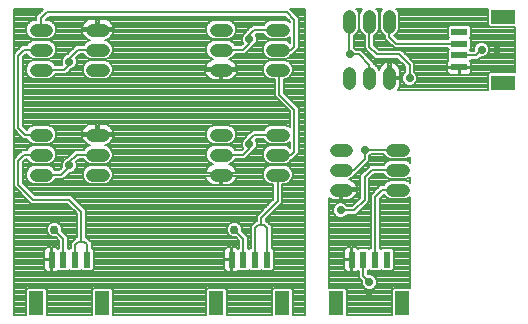
<source format=gtl>
G75*
%MOIN*%
%OFA0B0*%
%FSLAX25Y25*%
%IPPOS*%
%LPD*%
%AMOC8*
5,1,8,0,0,1.08239X$1,22.5*
%
%ADD10R,0.04724X0.07874*%
%ADD11R,0.02362X0.05315*%
%ADD12C,0.04331*%
%ADD13R,0.07874X0.04724*%
%ADD14R,0.05315X0.02362*%
%ADD15C,0.00800*%
%ADD16C,0.02900*%
%ADD17C,0.02975*%
D10*
X0407310Y0006931D03*
X0429357Y0006931D03*
X0467310Y0006931D03*
X0489357Y0006931D03*
X0507310Y0006931D03*
X0529357Y0006931D03*
D11*
X0524239Y0021400D03*
X0520302Y0021400D03*
X0516365Y0021400D03*
X0512428Y0021400D03*
X0484239Y0021400D03*
X0480302Y0021400D03*
X0476365Y0021400D03*
X0472428Y0021400D03*
X0424239Y0021400D03*
X0420302Y0021400D03*
X0416365Y0021400D03*
X0412428Y0021400D03*
D12*
X0507113Y0044707D02*
X0510657Y0044707D01*
X0510657Y0044707D01*
X0507113Y0044707D01*
X0507113Y0044707D01*
X0526010Y0044707D02*
X0529554Y0044707D01*
X0529554Y0044707D01*
X0526010Y0044707D01*
X0526010Y0044707D01*
X0526010Y0051400D02*
X0529554Y0051400D01*
X0529554Y0051400D01*
X0526010Y0051400D01*
X0526010Y0051400D01*
X0510657Y0051400D02*
X0507113Y0051400D01*
X0510657Y0051400D02*
X0510657Y0051400D01*
X0507113Y0051400D01*
X0507113Y0051400D01*
X0489554Y0049707D02*
X0486010Y0049707D01*
X0489554Y0049707D02*
X0489554Y0049707D01*
X0486010Y0049707D01*
X0486010Y0049707D01*
X0470657Y0049707D02*
X0467113Y0049707D01*
X0470657Y0049707D02*
X0470657Y0049707D01*
X0467113Y0049707D01*
X0467113Y0049707D01*
X0467113Y0056400D02*
X0470657Y0056400D01*
X0470657Y0056400D01*
X0467113Y0056400D01*
X0467113Y0056400D01*
X0486010Y0056400D02*
X0489554Y0056400D01*
X0489554Y0056400D01*
X0486010Y0056400D01*
X0486010Y0056400D01*
X0507113Y0058093D02*
X0510657Y0058093D01*
X0510657Y0058093D01*
X0507113Y0058093D01*
X0507113Y0058093D01*
X0526010Y0058093D02*
X0529554Y0058093D01*
X0529554Y0058093D01*
X0526010Y0058093D01*
X0526010Y0058093D01*
X0489554Y0063093D02*
X0486010Y0063093D01*
X0489554Y0063093D02*
X0489554Y0063093D01*
X0486010Y0063093D01*
X0486010Y0063093D01*
X0470657Y0063093D02*
X0467113Y0063093D01*
X0470657Y0063093D02*
X0470657Y0063093D01*
X0467113Y0063093D01*
X0467113Y0063093D01*
X0429554Y0063093D02*
X0426010Y0063093D01*
X0426010Y0063093D01*
X0429554Y0063093D01*
X0429554Y0063093D01*
X0410657Y0063093D02*
X0407113Y0063093D01*
X0407113Y0063093D01*
X0410657Y0063093D01*
X0410657Y0063093D01*
X0410657Y0056400D02*
X0407113Y0056400D01*
X0407113Y0056400D01*
X0410657Y0056400D01*
X0410657Y0056400D01*
X0426010Y0056400D02*
X0429554Y0056400D01*
X0426010Y0056400D02*
X0426010Y0056400D01*
X0429554Y0056400D01*
X0429554Y0056400D01*
X0429554Y0049707D02*
X0426010Y0049707D01*
X0426010Y0049707D01*
X0429554Y0049707D01*
X0429554Y0049707D01*
X0410657Y0049707D02*
X0407113Y0049707D01*
X0407113Y0049707D01*
X0410657Y0049707D01*
X0410657Y0049707D01*
X0511640Y0080179D02*
X0511640Y0083723D01*
X0511640Y0083723D01*
X0511640Y0080179D01*
X0511640Y0080179D01*
X0518333Y0080179D02*
X0518333Y0083723D01*
X0518333Y0083723D01*
X0518333Y0080179D01*
X0518333Y0080179D01*
X0525026Y0080179D02*
X0525026Y0083723D01*
X0525026Y0083723D01*
X0525026Y0080179D01*
X0525026Y0080179D01*
X0489554Y0084707D02*
X0486010Y0084707D01*
X0489554Y0084707D02*
X0489554Y0084707D01*
X0486010Y0084707D01*
X0486010Y0084707D01*
X0470657Y0084707D02*
X0467113Y0084707D01*
X0470657Y0084707D02*
X0470657Y0084707D01*
X0467113Y0084707D01*
X0467113Y0084707D01*
X0467113Y0091400D02*
X0470657Y0091400D01*
X0470657Y0091400D01*
X0467113Y0091400D01*
X0467113Y0091400D01*
X0486010Y0091400D02*
X0489554Y0091400D01*
X0489554Y0091400D01*
X0486010Y0091400D01*
X0486010Y0091400D01*
X0486010Y0098093D02*
X0489554Y0098093D01*
X0489554Y0098093D01*
X0486010Y0098093D01*
X0486010Y0098093D01*
X0470657Y0098093D02*
X0467113Y0098093D01*
X0470657Y0098093D02*
X0470657Y0098093D01*
X0467113Y0098093D01*
X0467113Y0098093D01*
X0429554Y0098093D02*
X0426010Y0098093D01*
X0426010Y0098093D01*
X0429554Y0098093D01*
X0429554Y0098093D01*
X0410657Y0098093D02*
X0407113Y0098093D01*
X0407113Y0098093D01*
X0410657Y0098093D01*
X0410657Y0098093D01*
X0410657Y0091400D02*
X0407113Y0091400D01*
X0407113Y0091400D01*
X0410657Y0091400D01*
X0410657Y0091400D01*
X0426010Y0091400D02*
X0429554Y0091400D01*
X0426010Y0091400D02*
X0426010Y0091400D01*
X0429554Y0091400D01*
X0429554Y0091400D01*
X0429554Y0084707D02*
X0426010Y0084707D01*
X0426010Y0084707D01*
X0429554Y0084707D01*
X0429554Y0084707D01*
X0410657Y0084707D02*
X0407113Y0084707D01*
X0407113Y0084707D01*
X0410657Y0084707D01*
X0410657Y0084707D01*
X0511640Y0099077D02*
X0511640Y0102621D01*
X0511640Y0102621D01*
X0511640Y0099077D01*
X0511640Y0099077D01*
X0518333Y0099077D02*
X0518333Y0102621D01*
X0518333Y0102621D01*
X0518333Y0099077D01*
X0518333Y0099077D01*
X0525026Y0099077D02*
X0525026Y0102621D01*
X0525026Y0102621D01*
X0525026Y0099077D01*
X0525026Y0099077D01*
D13*
X0562802Y0102424D03*
X0562802Y0080376D03*
D14*
X0548333Y0085494D03*
X0548333Y0089431D03*
X0548333Y0093369D03*
X0548333Y0097306D03*
D15*
X0399833Y0104900D02*
X0399833Y0002900D01*
X0403848Y0002900D01*
X0403848Y0011324D01*
X0404492Y0011968D01*
X0410128Y0011968D01*
X0410772Y0011324D01*
X0410772Y0002900D01*
X0425895Y0002900D01*
X0425895Y0011324D01*
X0426539Y0011968D01*
X0432175Y0011968D01*
X0432819Y0011324D01*
X0432819Y0002900D01*
X0463848Y0002900D01*
X0463848Y0011324D01*
X0464492Y0011968D01*
X0470128Y0011968D01*
X0470772Y0011324D01*
X0470772Y0002900D01*
X0485895Y0002900D01*
X0485895Y0011324D01*
X0486539Y0011968D01*
X0492175Y0011968D01*
X0492819Y0011324D01*
X0492819Y0002900D01*
X0496833Y0002900D01*
X0496833Y0104900D01*
X0491955Y0104900D01*
X0492333Y0104521D01*
X0493955Y0102900D01*
X0494833Y0102021D01*
X0494833Y0091779D01*
X0493833Y0090779D01*
X0492955Y0089900D01*
X0492467Y0089900D01*
X0492322Y0089550D01*
X0491403Y0088632D01*
X0490203Y0088135D01*
X0485361Y0088135D01*
X0484161Y0088632D01*
X0483242Y0089550D01*
X0482745Y0090750D01*
X0482745Y0092050D01*
X0483242Y0093250D01*
X0484161Y0094168D01*
X0485361Y0094665D01*
X0490203Y0094665D01*
X0491403Y0094168D01*
X0491833Y0093738D01*
X0491833Y0095755D01*
X0491403Y0095325D01*
X0490203Y0094828D01*
X0485361Y0094828D01*
X0484161Y0095325D01*
X0483242Y0096243D01*
X0483097Y0096593D01*
X0480648Y0096593D01*
X0480447Y0096392D01*
X0480495Y0096344D01*
X0480883Y0095407D01*
X0480883Y0094393D01*
X0480495Y0093456D01*
X0479833Y0092794D01*
X0479833Y0092779D01*
X0477833Y0090779D01*
X0476955Y0089900D01*
X0473569Y0089900D01*
X0473424Y0089550D01*
X0472506Y0088632D01*
X0471434Y0088188D01*
X0471696Y0088135D01*
X0472345Y0087867D01*
X0472929Y0087476D01*
X0473426Y0086980D01*
X0473816Y0086396D01*
X0474084Y0085747D01*
X0474212Y0085107D01*
X0469285Y0085107D01*
X0469285Y0084307D01*
X0474212Y0084307D01*
X0474084Y0083667D01*
X0473816Y0083018D01*
X0473426Y0082434D01*
X0472929Y0081938D01*
X0472345Y0081548D01*
X0471696Y0081279D01*
X0471007Y0081142D01*
X0469284Y0081142D01*
X0469284Y0084307D01*
X0468485Y0084307D01*
X0468485Y0081142D01*
X0466762Y0081142D01*
X0466073Y0081279D01*
X0465424Y0081548D01*
X0464840Y0081938D01*
X0464343Y0082434D01*
X0463953Y0083018D01*
X0463685Y0083667D01*
X0463557Y0084307D01*
X0468484Y0084307D01*
X0468484Y0085107D01*
X0463557Y0085107D01*
X0463685Y0085747D01*
X0463953Y0086396D01*
X0464343Y0086980D01*
X0464840Y0087476D01*
X0465424Y0087867D01*
X0466073Y0088135D01*
X0466335Y0088188D01*
X0465263Y0088632D01*
X0464345Y0089550D01*
X0463848Y0090750D01*
X0463848Y0092050D01*
X0464345Y0093250D01*
X0465263Y0094168D01*
X0466463Y0094665D01*
X0471306Y0094665D01*
X0472506Y0094168D01*
X0473424Y0093250D01*
X0473569Y0092900D01*
X0475712Y0092900D01*
X0476220Y0093408D01*
X0476172Y0093456D01*
X0475783Y0094393D01*
X0475783Y0095407D01*
X0476172Y0096344D01*
X0476833Y0097006D01*
X0476833Y0097021D01*
X0477712Y0097900D01*
X0479405Y0099593D01*
X0483097Y0099593D01*
X0483242Y0099943D01*
X0484161Y0100861D01*
X0485361Y0101358D01*
X0490203Y0101358D01*
X0491403Y0100861D01*
X0491833Y0100431D01*
X0491833Y0100779D01*
X0490212Y0102400D01*
X0411455Y0102400D01*
X0410413Y0101358D01*
X0411306Y0101358D01*
X0412506Y0100861D01*
X0413424Y0099943D01*
X0413922Y0098742D01*
X0413922Y0097443D01*
X0413424Y0096243D01*
X0412506Y0095325D01*
X0411306Y0094828D01*
X0406463Y0094828D01*
X0405263Y0095325D01*
X0404345Y0096243D01*
X0403848Y0097443D01*
X0403848Y0098742D01*
X0404345Y0099943D01*
X0405263Y0100861D01*
X0406463Y0101358D01*
X0407385Y0101358D01*
X0407385Y0102573D01*
X0409333Y0104521D01*
X0409712Y0104900D01*
X0399833Y0104900D01*
X0399833Y0104408D02*
X0409220Y0104408D01*
X0408421Y0103609D02*
X0399833Y0103609D01*
X0399833Y0102811D02*
X0407623Y0102811D01*
X0407385Y0102012D02*
X0399833Y0102012D01*
X0399833Y0101214D02*
X0406115Y0101214D01*
X0404817Y0100415D02*
X0399833Y0100415D01*
X0399833Y0099617D02*
X0404210Y0099617D01*
X0403879Y0098818D02*
X0399833Y0098818D01*
X0399833Y0098020D02*
X0403848Y0098020D01*
X0403939Y0097221D02*
X0399833Y0097221D01*
X0399833Y0096423D02*
X0404270Y0096423D01*
X0404964Y0095624D02*
X0399833Y0095624D01*
X0399833Y0094826D02*
X0424581Y0094826D01*
X0424322Y0094933D02*
X0424971Y0094665D01*
X0425233Y0094612D01*
X0424161Y0094168D01*
X0423242Y0093250D01*
X0423097Y0092900D01*
X0420712Y0092900D01*
X0417717Y0089905D01*
X0416889Y0089562D01*
X0416172Y0088844D01*
X0415783Y0087907D01*
X0415783Y0086893D01*
X0416053Y0086241D01*
X0416019Y0086207D01*
X0413569Y0086207D01*
X0413424Y0086557D01*
X0412506Y0087475D01*
X0411306Y0087972D01*
X0406463Y0087972D01*
X0405263Y0087475D01*
X0404345Y0086557D01*
X0403848Y0085357D01*
X0403848Y0084058D01*
X0404345Y0082857D01*
X0405263Y0081939D01*
X0406463Y0081442D01*
X0411306Y0081442D01*
X0412506Y0081939D01*
X0413424Y0082857D01*
X0413569Y0083207D01*
X0417262Y0083207D01*
X0418140Y0084086D01*
X0418950Y0084895D01*
X0419778Y0085238D01*
X0420495Y0085956D01*
X0420883Y0086893D01*
X0420883Y0087907D01*
X0420613Y0088559D01*
X0421955Y0089900D01*
X0423097Y0089900D01*
X0423242Y0089550D01*
X0424161Y0088632D01*
X0425361Y0088135D01*
X0430203Y0088135D01*
X0431403Y0088632D01*
X0432322Y0089550D01*
X0432819Y0090750D01*
X0432819Y0092050D01*
X0432322Y0093250D01*
X0431403Y0094168D01*
X0430331Y0094612D01*
X0430594Y0094665D01*
X0431243Y0094933D01*
X0431827Y0095324D01*
X0432323Y0095820D01*
X0432713Y0096404D01*
X0432982Y0097053D01*
X0433109Y0097693D01*
X0428182Y0097693D01*
X0428182Y0098493D01*
X0427382Y0098493D01*
X0427382Y0097693D01*
X0422455Y0097693D01*
X0422582Y0097053D01*
X0422851Y0096404D01*
X0423241Y0095820D01*
X0423738Y0095324D01*
X0424322Y0094933D01*
X0424020Y0094027D02*
X0412647Y0094027D01*
X0412506Y0094168D02*
X0411306Y0094665D01*
X0406463Y0094665D01*
X0405263Y0094168D01*
X0404345Y0093250D01*
X0404200Y0092900D01*
X0402712Y0092900D01*
X0400712Y0090900D01*
X0399833Y0090021D01*
X0399833Y0064779D01*
X0403019Y0061593D01*
X0404200Y0061593D01*
X0404345Y0061243D01*
X0405263Y0060325D01*
X0406463Y0059828D01*
X0411306Y0059828D01*
X0412506Y0060325D01*
X0413424Y0061243D01*
X0413922Y0062443D01*
X0413922Y0063742D01*
X0413424Y0064943D01*
X0412506Y0065861D01*
X0411306Y0066358D01*
X0406463Y0066358D01*
X0405263Y0065861D01*
X0404345Y0064943D01*
X0404218Y0064637D01*
X0402833Y0066021D01*
X0402833Y0088779D01*
X0403955Y0089900D01*
X0404200Y0089900D01*
X0404345Y0089550D01*
X0405263Y0088632D01*
X0406463Y0088135D01*
X0411306Y0088135D01*
X0412506Y0088632D01*
X0413424Y0089550D01*
X0413922Y0090750D01*
X0413922Y0092050D01*
X0413424Y0093250D01*
X0412506Y0094168D01*
X0413433Y0093229D02*
X0423234Y0093229D01*
X0423437Y0095624D02*
X0412805Y0095624D01*
X0413499Y0096423D02*
X0422843Y0096423D01*
X0422549Y0097221D02*
X0413830Y0097221D01*
X0413922Y0098020D02*
X0427382Y0098020D01*
X0427382Y0098493D02*
X0422455Y0098493D01*
X0422582Y0099133D01*
X0422851Y0099782D01*
X0423241Y0100366D01*
X0423738Y0100862D01*
X0424322Y0101252D01*
X0424971Y0101521D01*
X0425659Y0101658D01*
X0427382Y0101658D01*
X0427382Y0098493D01*
X0427382Y0098818D02*
X0428182Y0098818D01*
X0428182Y0098493D02*
X0428182Y0101658D01*
X0429905Y0101658D01*
X0430594Y0101521D01*
X0431243Y0101252D01*
X0431827Y0100862D01*
X0432323Y0100366D01*
X0432713Y0099782D01*
X0432982Y0099133D01*
X0433109Y0098493D01*
X0428182Y0098493D01*
X0428182Y0098020D02*
X0463848Y0098020D01*
X0463848Y0097443D02*
X0463848Y0098742D01*
X0464345Y0099943D01*
X0465263Y0100861D01*
X0466463Y0101358D01*
X0471306Y0101358D01*
X0472506Y0100861D01*
X0473424Y0099943D01*
X0473922Y0098742D01*
X0473922Y0097443D01*
X0473424Y0096243D01*
X0472506Y0095325D01*
X0471306Y0094828D01*
X0466463Y0094828D01*
X0465263Y0095325D01*
X0464345Y0096243D01*
X0463848Y0097443D01*
X0463939Y0097221D02*
X0433016Y0097221D01*
X0432721Y0096423D02*
X0464270Y0096423D01*
X0464964Y0095624D02*
X0432127Y0095624D01*
X0430983Y0094826D02*
X0475783Y0094826D01*
X0475873Y0095624D02*
X0472805Y0095624D01*
X0473499Y0096423D02*
X0476250Y0096423D01*
X0477033Y0097221D02*
X0473830Y0097221D01*
X0473922Y0098020D02*
X0477832Y0098020D01*
X0478630Y0098818D02*
X0473890Y0098818D01*
X0473559Y0099617D02*
X0483107Y0099617D01*
X0483715Y0100415D02*
X0472952Y0100415D01*
X0471654Y0101214D02*
X0485012Y0101214D01*
X0490552Y0101214D02*
X0491398Y0101214D01*
X0490600Y0102012D02*
X0411067Y0102012D01*
X0411654Y0101214D02*
X0424264Y0101214D01*
X0423291Y0100415D02*
X0412952Y0100415D01*
X0413559Y0099617D02*
X0422783Y0099617D01*
X0422520Y0098818D02*
X0413890Y0098818D01*
X0408885Y0098093D02*
X0408885Y0101951D01*
X0410833Y0103900D01*
X0490833Y0103900D01*
X0493333Y0101400D01*
X0493333Y0092400D01*
X0492333Y0091400D01*
X0487782Y0091400D01*
X0483556Y0089236D02*
X0473110Y0089236D01*
X0472037Y0088438D02*
X0484629Y0088438D01*
X0484557Y0087639D02*
X0472685Y0087639D01*
X0473519Y0086841D02*
X0483526Y0086841D01*
X0483242Y0086557D02*
X0482745Y0085357D01*
X0482745Y0084058D01*
X0483242Y0082857D01*
X0484161Y0081939D01*
X0485361Y0081442D01*
X0486833Y0081442D01*
X0486833Y0075779D01*
X0491833Y0070779D01*
X0491833Y0065431D01*
X0491403Y0065861D01*
X0490203Y0066358D01*
X0485361Y0066358D01*
X0484161Y0065861D01*
X0483242Y0064943D01*
X0483097Y0064593D01*
X0479405Y0064593D01*
X0477712Y0062900D01*
X0476833Y0062021D01*
X0476833Y0062006D01*
X0476172Y0061344D01*
X0475783Y0060407D01*
X0475783Y0059393D01*
X0476172Y0058456D01*
X0476220Y0058408D01*
X0475712Y0057900D01*
X0473569Y0057900D01*
X0473424Y0058250D01*
X0472506Y0059168D01*
X0471306Y0059665D01*
X0466463Y0059665D01*
X0465263Y0059168D01*
X0464345Y0058250D01*
X0463848Y0057050D01*
X0463848Y0055750D01*
X0464345Y0054550D01*
X0465263Y0053632D01*
X0466335Y0053188D01*
X0466073Y0053135D01*
X0465424Y0052867D01*
X0464840Y0052476D01*
X0464343Y0051980D01*
X0463953Y0051396D01*
X0463685Y0050747D01*
X0463557Y0050107D01*
X0468484Y0050107D01*
X0468484Y0049307D01*
X0463557Y0049307D01*
X0463685Y0048667D01*
X0463953Y0048018D01*
X0464343Y0047434D01*
X0464840Y0046938D01*
X0465424Y0046548D01*
X0466073Y0046279D01*
X0466762Y0046142D01*
X0468485Y0046142D01*
X0468485Y0049307D01*
X0469284Y0049307D01*
X0469284Y0046142D01*
X0471007Y0046142D01*
X0471696Y0046279D01*
X0472345Y0046548D01*
X0472929Y0046938D01*
X0473426Y0047434D01*
X0473816Y0048018D01*
X0474084Y0048667D01*
X0474212Y0049307D01*
X0469285Y0049307D01*
X0469285Y0050107D01*
X0474212Y0050107D01*
X0474084Y0050747D01*
X0473816Y0051396D01*
X0473426Y0051980D01*
X0472929Y0052476D01*
X0472345Y0052867D01*
X0471696Y0053135D01*
X0471434Y0053188D01*
X0472506Y0053632D01*
X0473424Y0054550D01*
X0473569Y0054900D01*
X0476955Y0054900D01*
X0483097Y0054900D01*
X0483242Y0054550D02*
X0482745Y0055750D01*
X0482745Y0057050D01*
X0483242Y0058250D01*
X0484161Y0059168D01*
X0485361Y0059665D01*
X0490203Y0059665D01*
X0491403Y0059168D01*
X0491833Y0058738D01*
X0491833Y0060755D01*
X0491403Y0060325D01*
X0490203Y0059828D01*
X0485361Y0059828D01*
X0484161Y0060325D01*
X0483242Y0061243D01*
X0483097Y0061593D01*
X0480648Y0061593D01*
X0480447Y0061392D01*
X0480495Y0061344D01*
X0480883Y0060407D01*
X0480883Y0059393D01*
X0480495Y0058456D01*
X0479833Y0057794D01*
X0479833Y0057779D01*
X0477833Y0055779D01*
X0476955Y0054900D01*
X0477753Y0055699D02*
X0482767Y0055699D01*
X0482745Y0056497D02*
X0478552Y0056497D01*
X0479350Y0057296D02*
X0482847Y0057296D01*
X0483178Y0058094D02*
X0480134Y0058094D01*
X0480676Y0058893D02*
X0483885Y0058893D01*
X0483996Y0060490D02*
X0480849Y0060490D01*
X0480883Y0059691D02*
X0491833Y0059691D01*
X0491833Y0058893D02*
X0491679Y0058893D01*
X0491569Y0060490D02*
X0491833Y0060490D01*
X0494833Y0060490D02*
X0496833Y0060490D01*
X0496833Y0061288D02*
X0494833Y0061288D01*
X0494833Y0062087D02*
X0496833Y0062087D01*
X0496833Y0062885D02*
X0494833Y0062885D01*
X0494833Y0063684D02*
X0496833Y0063684D01*
X0496833Y0064482D02*
X0494833Y0064482D01*
X0494833Y0065281D02*
X0496833Y0065281D01*
X0496833Y0066079D02*
X0494833Y0066079D01*
X0494833Y0066878D02*
X0496833Y0066878D01*
X0496833Y0067676D02*
X0494833Y0067676D01*
X0494833Y0068475D02*
X0496833Y0068475D01*
X0496833Y0069273D02*
X0494833Y0069273D01*
X0494833Y0070072D02*
X0496833Y0070072D01*
X0496833Y0070870D02*
X0494833Y0070870D01*
X0494833Y0071669D02*
X0496833Y0071669D01*
X0496833Y0072468D02*
X0494387Y0072468D01*
X0493955Y0072900D02*
X0489833Y0077021D01*
X0489833Y0081442D01*
X0490203Y0081442D01*
X0491403Y0081939D01*
X0492322Y0082857D01*
X0492819Y0084058D01*
X0492819Y0085357D01*
X0492322Y0086557D01*
X0491403Y0087475D01*
X0490203Y0087972D01*
X0485361Y0087972D01*
X0484161Y0087475D01*
X0483242Y0086557D01*
X0483029Y0086042D02*
X0473962Y0086042D01*
X0474185Y0085244D02*
X0482745Y0085244D01*
X0482745Y0084445D02*
X0469285Y0084445D01*
X0469284Y0083647D02*
X0468485Y0083647D01*
X0468484Y0084445D02*
X0432819Y0084445D01*
X0432819Y0084058D02*
X0432322Y0082857D01*
X0431403Y0081939D01*
X0430203Y0081442D01*
X0425361Y0081442D01*
X0424161Y0081939D01*
X0423242Y0082857D01*
X0422745Y0084058D01*
X0422745Y0085357D01*
X0423242Y0086557D01*
X0424161Y0087475D01*
X0425361Y0087972D01*
X0430203Y0087972D01*
X0431403Y0087475D01*
X0432322Y0086557D01*
X0432819Y0085357D01*
X0432819Y0084058D01*
X0432649Y0083647D02*
X0463693Y0083647D01*
X0464067Y0082848D02*
X0432313Y0082848D01*
X0431514Y0082050D02*
X0464728Y0082050D01*
X0466212Y0081251D02*
X0402833Y0081251D01*
X0402833Y0080453D02*
X0486833Y0080453D01*
X0486833Y0081251D02*
X0471557Y0081251D01*
X0473041Y0082050D02*
X0484050Y0082050D01*
X0483252Y0082848D02*
X0473702Y0082848D01*
X0474076Y0083647D02*
X0482915Y0083647D01*
X0487782Y0084707D02*
X0488333Y0084156D01*
X0488333Y0076400D01*
X0493333Y0071400D01*
X0493333Y0057400D01*
X0492333Y0056400D01*
X0487782Y0056400D01*
X0485361Y0053135D02*
X0484161Y0053632D01*
X0483242Y0054550D01*
X0483691Y0054102D02*
X0472976Y0054102D01*
X0471713Y0053303D02*
X0484954Y0053303D01*
X0485361Y0053135D02*
X0490203Y0053135D01*
X0491403Y0053632D01*
X0492322Y0054550D01*
X0492467Y0054900D01*
X0492955Y0054900D01*
X0496833Y0054900D01*
X0496833Y0054102D02*
X0491873Y0054102D01*
X0492955Y0054900D02*
X0493833Y0055779D01*
X0494833Y0056779D01*
X0494833Y0072021D01*
X0493955Y0072900D01*
X0493589Y0073266D02*
X0496833Y0073266D01*
X0496833Y0074065D02*
X0492790Y0074065D01*
X0491992Y0074863D02*
X0496833Y0074863D01*
X0496833Y0075662D02*
X0491193Y0075662D01*
X0490395Y0076460D02*
X0496833Y0076460D01*
X0496833Y0077259D02*
X0489833Y0077259D01*
X0489833Y0078057D02*
X0496833Y0078057D01*
X0496833Y0078856D02*
X0489833Y0078856D01*
X0489833Y0079654D02*
X0496833Y0079654D01*
X0496833Y0080453D02*
X0489833Y0080453D01*
X0489833Y0081251D02*
X0496833Y0081251D01*
X0496833Y0082050D02*
X0491514Y0082050D01*
X0492313Y0082848D02*
X0496833Y0082848D01*
X0496833Y0083647D02*
X0492649Y0083647D01*
X0492819Y0084445D02*
X0496833Y0084445D01*
X0496833Y0085244D02*
X0492819Y0085244D01*
X0492535Y0086042D02*
X0496833Y0086042D01*
X0496833Y0086841D02*
X0492038Y0086841D01*
X0491008Y0087639D02*
X0496833Y0087639D01*
X0496833Y0088438D02*
X0490935Y0088438D01*
X0492008Y0089236D02*
X0496833Y0089236D01*
X0496833Y0090035D02*
X0493089Y0090035D01*
X0493888Y0090833D02*
X0496833Y0090833D01*
X0496833Y0091632D02*
X0494686Y0091632D01*
X0494833Y0092430D02*
X0496833Y0092430D01*
X0496833Y0093229D02*
X0494833Y0093229D01*
X0494833Y0094027D02*
X0496833Y0094027D01*
X0496833Y0094826D02*
X0494833Y0094826D01*
X0494833Y0095624D02*
X0496833Y0095624D01*
X0496833Y0096423D02*
X0494833Y0096423D01*
X0494833Y0097221D02*
X0496833Y0097221D01*
X0496833Y0098020D02*
X0494833Y0098020D01*
X0494833Y0098818D02*
X0496833Y0098818D01*
X0496833Y0099617D02*
X0494833Y0099617D01*
X0494833Y0100415D02*
X0496833Y0100415D01*
X0496833Y0101214D02*
X0494833Y0101214D01*
X0494833Y0102012D02*
X0496833Y0102012D01*
X0496833Y0102811D02*
X0494044Y0102811D01*
X0493245Y0103609D02*
X0496833Y0103609D01*
X0496833Y0104408D02*
X0492447Y0104408D01*
X0511640Y0100849D02*
X0511640Y0090093D01*
X0511833Y0089900D01*
X0514833Y0089900D01*
X0518333Y0086400D01*
X0518333Y0081951D01*
X0521546Y0084500D02*
X0521102Y0085573D01*
X0520183Y0086491D01*
X0519833Y0086636D01*
X0519833Y0087021D01*
X0516333Y0090521D01*
X0515455Y0091400D01*
X0513940Y0091400D01*
X0513278Y0092062D01*
X0513140Y0092119D01*
X0513140Y0096164D01*
X0513490Y0096309D01*
X0514409Y0097227D01*
X0514906Y0098428D01*
X0514906Y0103270D01*
X0514409Y0104470D01*
X0513979Y0104900D01*
X0515995Y0104900D01*
X0515565Y0104470D01*
X0515068Y0103270D01*
X0515068Y0098428D01*
X0515565Y0097227D01*
X0516484Y0096309D01*
X0516833Y0096164D01*
X0516833Y0091779D01*
X0517712Y0090900D01*
X0520212Y0088400D01*
X0527712Y0088400D01*
X0530333Y0085779D01*
X0530333Y0084006D01*
X0529672Y0083344D01*
X0529283Y0082407D01*
X0529283Y0081393D01*
X0529672Y0080456D01*
X0530389Y0079738D01*
X0531326Y0079350D01*
X0532341Y0079350D01*
X0533278Y0079738D01*
X0533995Y0080456D01*
X0534383Y0081393D01*
X0534383Y0082407D01*
X0533995Y0083344D01*
X0533333Y0084006D01*
X0533333Y0087021D01*
X0529833Y0090521D01*
X0528955Y0091400D01*
X0521455Y0091400D01*
X0519833Y0093021D01*
X0519833Y0096164D01*
X0520183Y0096309D01*
X0521102Y0097227D01*
X0521599Y0098428D01*
X0521599Y0103270D01*
X0521102Y0104470D01*
X0520672Y0104900D01*
X0522688Y0104900D01*
X0522258Y0104470D01*
X0521761Y0103270D01*
X0521761Y0098428D01*
X0522258Y0097227D01*
X0523177Y0096309D01*
X0523526Y0096164D01*
X0523526Y0095086D01*
X0526743Y0091869D01*
X0544576Y0091869D01*
X0544576Y0091732D01*
X0544908Y0091400D01*
X0544576Y0091068D01*
X0544576Y0087795D01*
X0544695Y0087675D01*
X0544556Y0087535D01*
X0544371Y0087216D01*
X0544276Y0086860D01*
X0544276Y0085685D01*
X0548143Y0085685D01*
X0548143Y0085304D01*
X0548524Y0085304D01*
X0548524Y0085685D01*
X0552391Y0085685D01*
X0552391Y0086860D01*
X0552295Y0087216D01*
X0552111Y0087535D01*
X0551971Y0087675D01*
X0552091Y0087795D01*
X0552091Y0087931D01*
X0554486Y0087931D01*
X0555405Y0088850D01*
X0556341Y0088850D01*
X0557278Y0089238D01*
X0557995Y0089956D01*
X0558383Y0090893D01*
X0558383Y0091907D01*
X0557995Y0092844D01*
X0557278Y0093562D01*
X0556341Y0093950D01*
X0555326Y0093950D01*
X0554389Y0093562D01*
X0553672Y0092844D01*
X0553283Y0091907D01*
X0553283Y0090971D01*
X0553243Y0090931D01*
X0552091Y0090931D01*
X0552091Y0091068D01*
X0551759Y0091400D01*
X0552091Y0091732D01*
X0552091Y0095005D01*
X0551759Y0095337D01*
X0552091Y0095669D01*
X0552091Y0098942D01*
X0551446Y0099587D01*
X0545220Y0099587D01*
X0544576Y0098942D01*
X0544576Y0095669D01*
X0544908Y0095337D01*
X0544576Y0095005D01*
X0544576Y0094868D01*
X0527986Y0094868D01*
X0526642Y0096212D01*
X0526876Y0096309D01*
X0527794Y0097227D01*
X0528292Y0098428D01*
X0528292Y0103270D01*
X0527794Y0104470D01*
X0527365Y0104900D01*
X0557765Y0104900D01*
X0557765Y0099606D01*
X0558409Y0098961D01*
X0566833Y0098961D01*
X0566833Y0083839D01*
X0558409Y0083839D01*
X0557765Y0083194D01*
X0557765Y0077900D01*
X0527789Y0077900D01*
X0527796Y0077907D01*
X0528186Y0078491D01*
X0528455Y0079140D01*
X0528592Y0079828D01*
X0528592Y0081551D01*
X0525426Y0081551D01*
X0525426Y0082351D01*
X0524626Y0082351D01*
X0524626Y0087278D01*
X0523986Y0087151D01*
X0523337Y0086882D01*
X0522753Y0086492D01*
X0522257Y0085996D01*
X0521867Y0085412D01*
X0521598Y0084763D01*
X0521546Y0084500D01*
X0521797Y0085244D02*
X0521238Y0085244D01*
X0520632Y0086042D02*
X0522303Y0086042D01*
X0523275Y0086841D02*
X0519833Y0086841D01*
X0519215Y0087639D02*
X0528473Y0087639D01*
X0529271Y0086841D02*
X0526777Y0086841D01*
X0526715Y0086882D02*
X0526066Y0087151D01*
X0525426Y0087278D01*
X0525426Y0082351D01*
X0528592Y0082351D01*
X0528592Y0084074D01*
X0528455Y0084763D01*
X0528186Y0085412D01*
X0527796Y0085996D01*
X0527299Y0086492D01*
X0526715Y0086882D01*
X0525426Y0086841D02*
X0524626Y0086841D01*
X0524626Y0086042D02*
X0525426Y0086042D01*
X0525426Y0085244D02*
X0524626Y0085244D01*
X0524626Y0084445D02*
X0525426Y0084445D01*
X0525426Y0083647D02*
X0524626Y0083647D01*
X0524626Y0082848D02*
X0525426Y0082848D01*
X0525426Y0082050D02*
X0529283Y0082050D01*
X0529342Y0081251D02*
X0528592Y0081251D01*
X0528592Y0080453D02*
X0529674Y0080453D01*
X0530592Y0079654D02*
X0528557Y0079654D01*
X0528337Y0078856D02*
X0557765Y0078856D01*
X0557765Y0079654D02*
X0533075Y0079654D01*
X0533992Y0080453D02*
X0557765Y0080453D01*
X0557765Y0081251D02*
X0534325Y0081251D01*
X0534383Y0082050D02*
X0557765Y0082050D01*
X0557765Y0082848D02*
X0534201Y0082848D01*
X0533693Y0083647D02*
X0544444Y0083647D01*
X0544371Y0083773D02*
X0544556Y0083454D01*
X0544816Y0083193D01*
X0545135Y0083009D01*
X0545492Y0082913D01*
X0548143Y0082913D01*
X0548143Y0085304D01*
X0544276Y0085304D01*
X0544276Y0084129D01*
X0544371Y0083773D01*
X0544276Y0084445D02*
X0533333Y0084445D01*
X0533333Y0085244D02*
X0544276Y0085244D01*
X0544276Y0086042D02*
X0533333Y0086042D01*
X0533333Y0086841D02*
X0544276Y0086841D01*
X0544660Y0087639D02*
X0532715Y0087639D01*
X0531917Y0088438D02*
X0544576Y0088438D01*
X0544576Y0089236D02*
X0531118Y0089236D01*
X0530320Y0090035D02*
X0544576Y0090035D01*
X0544576Y0090833D02*
X0529521Y0090833D01*
X0528333Y0089900D02*
X0520833Y0089900D01*
X0518333Y0092400D01*
X0518333Y0100849D01*
X0515068Y0101214D02*
X0514906Y0101214D01*
X0514906Y0102012D02*
X0515068Y0102012D01*
X0515068Y0102811D02*
X0514906Y0102811D01*
X0514765Y0103609D02*
X0515209Y0103609D01*
X0515539Y0104408D02*
X0514434Y0104408D01*
X0521127Y0104408D02*
X0522232Y0104408D01*
X0521902Y0103609D02*
X0521458Y0103609D01*
X0521599Y0102811D02*
X0521761Y0102811D01*
X0521761Y0102012D02*
X0521599Y0102012D01*
X0521599Y0101214D02*
X0521761Y0101214D01*
X0521761Y0100415D02*
X0521599Y0100415D01*
X0521599Y0099617D02*
X0521761Y0099617D01*
X0521761Y0098818D02*
X0521599Y0098818D01*
X0521430Y0098020D02*
X0521930Y0098020D01*
X0522264Y0097221D02*
X0521095Y0097221D01*
X0520297Y0096423D02*
X0523063Y0096423D01*
X0523526Y0095624D02*
X0519833Y0095624D01*
X0519833Y0094826D02*
X0523786Y0094826D01*
X0524585Y0094027D02*
X0519833Y0094027D01*
X0519833Y0093229D02*
X0525383Y0093229D01*
X0526182Y0092430D02*
X0520424Y0092430D01*
X0521223Y0091632D02*
X0544676Y0091632D01*
X0548333Y0093369D02*
X0527365Y0093369D01*
X0525026Y0095707D01*
X0525026Y0100849D01*
X0528292Y0101214D02*
X0557765Y0101214D01*
X0557765Y0102012D02*
X0528292Y0102012D01*
X0528292Y0102811D02*
X0557765Y0102811D01*
X0557765Y0103609D02*
X0528151Y0103609D01*
X0527820Y0104408D02*
X0557765Y0104408D01*
X0557765Y0100415D02*
X0528292Y0100415D01*
X0528292Y0099617D02*
X0557765Y0099617D01*
X0552091Y0098818D02*
X0566833Y0098818D01*
X0566833Y0098020D02*
X0552091Y0098020D01*
X0552091Y0097221D02*
X0566833Y0097221D01*
X0566833Y0096423D02*
X0552091Y0096423D01*
X0552046Y0095624D02*
X0566833Y0095624D01*
X0566833Y0094826D02*
X0552091Y0094826D01*
X0552091Y0094027D02*
X0566833Y0094027D01*
X0566833Y0093229D02*
X0557611Y0093229D01*
X0558167Y0092430D02*
X0566833Y0092430D01*
X0566833Y0091632D02*
X0558383Y0091632D01*
X0558359Y0090833D02*
X0566833Y0090833D01*
X0566833Y0090035D02*
X0558028Y0090035D01*
X0557273Y0089236D02*
X0566833Y0089236D01*
X0566833Y0088438D02*
X0554992Y0088438D01*
X0553865Y0089431D02*
X0555833Y0091400D01*
X0553500Y0092430D02*
X0552091Y0092430D01*
X0552091Y0093229D02*
X0554056Y0093229D01*
X0553283Y0091632D02*
X0551991Y0091632D01*
X0553865Y0089431D02*
X0548333Y0089431D01*
X0552007Y0087639D02*
X0566833Y0087639D01*
X0566833Y0086841D02*
X0552391Y0086841D01*
X0552391Y0086042D02*
X0566833Y0086042D01*
X0566833Y0085244D02*
X0552391Y0085244D01*
X0552391Y0085304D02*
X0548524Y0085304D01*
X0548524Y0082913D01*
X0551175Y0082913D01*
X0551531Y0083009D01*
X0551850Y0083193D01*
X0552111Y0083454D01*
X0552295Y0083773D01*
X0552391Y0084129D01*
X0552391Y0085304D01*
X0552391Y0084445D02*
X0566833Y0084445D01*
X0558217Y0083647D02*
X0552222Y0083647D01*
X0548524Y0083647D02*
X0548143Y0083647D01*
X0548143Y0084445D02*
X0548524Y0084445D01*
X0548524Y0085244D02*
X0548143Y0085244D01*
X0531833Y0086400D02*
X0531833Y0081900D01*
X0529466Y0082848D02*
X0528592Y0082848D01*
X0528592Y0083647D02*
X0529974Y0083647D01*
X0530333Y0084445D02*
X0528518Y0084445D01*
X0528255Y0085244D02*
X0530333Y0085244D01*
X0530070Y0086042D02*
X0527749Y0086042D01*
X0528333Y0089900D02*
X0531833Y0086400D01*
X0520174Y0088438D02*
X0518417Y0088438D01*
X0517618Y0089236D02*
X0519376Y0089236D01*
X0518577Y0090035D02*
X0516820Y0090035D01*
X0516021Y0090833D02*
X0517779Y0090833D01*
X0516980Y0091632D02*
X0513708Y0091632D01*
X0513140Y0092430D02*
X0516833Y0092430D01*
X0516833Y0093229D02*
X0513140Y0093229D01*
X0513140Y0094027D02*
X0516833Y0094027D01*
X0516833Y0094826D02*
X0513140Y0094826D01*
X0513140Y0095624D02*
X0516833Y0095624D01*
X0516370Y0096423D02*
X0513604Y0096423D01*
X0514403Y0097221D02*
X0515571Y0097221D01*
X0515237Y0098020D02*
X0514737Y0098020D01*
X0514906Y0098818D02*
X0515068Y0098818D01*
X0515068Y0099617D02*
X0514906Y0099617D01*
X0514906Y0100415D02*
X0515068Y0100415D01*
X0526990Y0096423D02*
X0544576Y0096423D01*
X0544576Y0097221D02*
X0527788Y0097221D01*
X0528123Y0098020D02*
X0544576Y0098020D01*
X0544576Y0098818D02*
X0528292Y0098818D01*
X0527230Y0095624D02*
X0544620Y0095624D01*
X0491833Y0095624D02*
X0491703Y0095624D01*
X0491833Y0094826D02*
X0480883Y0094826D01*
X0480793Y0095624D02*
X0483861Y0095624D01*
X0483168Y0096423D02*
X0480477Y0096423D01*
X0480026Y0098093D02*
X0478333Y0096400D01*
X0478333Y0094900D01*
X0478333Y0093400D01*
X0476333Y0091400D01*
X0468885Y0091400D01*
X0464659Y0089236D02*
X0432008Y0089236D01*
X0432523Y0090035D02*
X0464144Y0090035D01*
X0463848Y0090833D02*
X0432819Y0090833D01*
X0432819Y0091632D02*
X0463848Y0091632D01*
X0464005Y0092430D02*
X0432661Y0092430D01*
X0432331Y0093229D02*
X0464336Y0093229D01*
X0465122Y0094027D02*
X0431544Y0094027D01*
X0427782Y0091400D02*
X0421333Y0091400D01*
X0418333Y0088400D01*
X0418333Y0087400D01*
X0418333Y0086400D01*
X0416640Y0084707D01*
X0408885Y0084707D01*
X0413140Y0086841D02*
X0415805Y0086841D01*
X0415783Y0087639D02*
X0412110Y0087639D01*
X0412037Y0088438D02*
X0416003Y0088438D01*
X0416563Y0089236D02*
X0413110Y0089236D01*
X0413625Y0090035D02*
X0417847Y0090035D01*
X0418645Y0090833D02*
X0413922Y0090833D01*
X0413922Y0091632D02*
X0419444Y0091632D01*
X0420242Y0092430D02*
X0413764Y0092430D01*
X0408885Y0091400D02*
X0403333Y0091400D01*
X0401333Y0089400D01*
X0401333Y0065400D01*
X0403640Y0063093D01*
X0408885Y0063093D01*
X0413086Y0065281D02*
X0423184Y0065281D01*
X0423241Y0065366D02*
X0422851Y0064782D01*
X0422582Y0064133D01*
X0422455Y0063493D01*
X0427382Y0063493D01*
X0427382Y0062693D01*
X0422455Y0062693D01*
X0422582Y0062053D01*
X0422851Y0061404D01*
X0423241Y0060820D01*
X0423738Y0060324D01*
X0424322Y0059933D01*
X0424971Y0059665D01*
X0425233Y0059612D01*
X0424161Y0059168D01*
X0423242Y0058250D01*
X0423097Y0057900D01*
X0420212Y0057900D01*
X0417717Y0055405D01*
X0416889Y0055062D01*
X0416172Y0054344D01*
X0415783Y0053407D01*
X0415783Y0052393D01*
X0415907Y0052095D01*
X0415019Y0051207D01*
X0413569Y0051207D01*
X0413424Y0051557D01*
X0412506Y0052475D01*
X0411306Y0052972D01*
X0406463Y0052972D01*
X0405263Y0052475D01*
X0404345Y0051557D01*
X0403848Y0050357D01*
X0403848Y0049058D01*
X0404345Y0047857D01*
X0405263Y0046939D01*
X0406463Y0046442D01*
X0411306Y0046442D01*
X0412506Y0046939D01*
X0413424Y0047857D01*
X0413569Y0048207D01*
X0416262Y0048207D01*
X0417140Y0049086D01*
X0418405Y0050350D01*
X0418841Y0050350D01*
X0419778Y0050738D01*
X0420495Y0051456D01*
X0420883Y0052393D01*
X0420883Y0053407D01*
X0420613Y0054059D01*
X0421455Y0054900D01*
X0423097Y0054900D01*
X0423242Y0054550D01*
X0424161Y0053632D01*
X0425361Y0053135D01*
X0430203Y0053135D01*
X0431403Y0053632D01*
X0432322Y0054550D01*
X0432819Y0055750D01*
X0432819Y0057050D01*
X0432322Y0058250D01*
X0431403Y0059168D01*
X0430331Y0059612D01*
X0430594Y0059665D01*
X0431243Y0059933D01*
X0431827Y0060324D01*
X0432323Y0060820D01*
X0432713Y0061404D01*
X0432982Y0062053D01*
X0433109Y0062693D01*
X0428182Y0062693D01*
X0428182Y0063493D01*
X0427382Y0063493D01*
X0427382Y0066658D01*
X0425659Y0066658D01*
X0424971Y0066521D01*
X0424322Y0066252D01*
X0423738Y0065862D01*
X0423241Y0065366D01*
X0422727Y0064482D02*
X0413615Y0064482D01*
X0413922Y0063684D02*
X0422493Y0063684D01*
X0422575Y0062087D02*
X0413774Y0062087D01*
X0413922Y0062885D02*
X0427382Y0062885D01*
X0427382Y0063684D02*
X0428182Y0063684D01*
X0428182Y0063493D02*
X0428182Y0066658D01*
X0429905Y0066658D01*
X0430594Y0066521D01*
X0431243Y0066252D01*
X0431827Y0065862D01*
X0432323Y0065366D01*
X0432713Y0064782D01*
X0432982Y0064133D01*
X0433109Y0063493D01*
X0428182Y0063493D01*
X0428182Y0062885D02*
X0463848Y0062885D01*
X0463848Y0062443D02*
X0463848Y0063742D01*
X0464345Y0064943D01*
X0465263Y0065861D01*
X0466463Y0066358D01*
X0471306Y0066358D01*
X0472506Y0065861D01*
X0473424Y0064943D01*
X0473922Y0063742D01*
X0473922Y0062443D01*
X0473424Y0061243D01*
X0472506Y0060325D01*
X0471306Y0059828D01*
X0466463Y0059828D01*
X0465263Y0060325D01*
X0464345Y0061243D01*
X0463848Y0062443D01*
X0463995Y0062087D02*
X0432989Y0062087D01*
X0432636Y0061288D02*
X0464326Y0061288D01*
X0465098Y0060490D02*
X0431993Y0060490D01*
X0430658Y0059691D02*
X0475783Y0059691D01*
X0475818Y0060490D02*
X0472671Y0060490D01*
X0473443Y0061288D02*
X0476148Y0061288D01*
X0476899Y0062087D02*
X0473774Y0062087D01*
X0473922Y0062885D02*
X0477697Y0062885D01*
X0477712Y0062900D02*
X0477712Y0062900D01*
X0478496Y0063684D02*
X0473922Y0063684D01*
X0473615Y0064482D02*
X0479294Y0064482D01*
X0480026Y0063093D02*
X0478333Y0061400D01*
X0478333Y0059900D01*
X0478333Y0058400D01*
X0476333Y0056400D01*
X0468885Y0056400D01*
X0464793Y0054102D02*
X0431873Y0054102D01*
X0432467Y0054900D02*
X0464200Y0054900D01*
X0463869Y0055699D02*
X0432798Y0055699D01*
X0432819Y0056497D02*
X0463848Y0056497D01*
X0463950Y0057296D02*
X0432717Y0057296D01*
X0432386Y0058094D02*
X0464280Y0058094D01*
X0464988Y0058893D02*
X0431679Y0058893D01*
X0424906Y0059691D02*
X0399833Y0059691D01*
X0399833Y0058893D02*
X0404988Y0058893D01*
X0405263Y0059168D02*
X0404345Y0058250D01*
X0404200Y0057900D01*
X0402712Y0057900D01*
X0400712Y0055900D01*
X0399833Y0055021D01*
X0399833Y0045779D01*
X0405712Y0039900D01*
X0417712Y0039900D01*
X0420833Y0036779D01*
X0420833Y0028900D01*
X0420712Y0028900D01*
X0419833Y0028021D01*
X0418802Y0026990D01*
X0418802Y0025157D01*
X0418665Y0025157D01*
X0418333Y0024826D01*
X0418002Y0025157D01*
X0417865Y0025157D01*
X0417865Y0028990D01*
X0415921Y0030934D01*
X0415921Y0031915D01*
X0415527Y0032866D01*
X0414799Y0033593D01*
X0413848Y0033987D01*
X0412819Y0033987D01*
X0411868Y0033593D01*
X0411140Y0032866D01*
X0410746Y0031915D01*
X0410746Y0030885D01*
X0411140Y0029934D01*
X0411868Y0029207D01*
X0412819Y0028813D01*
X0413799Y0028813D01*
X0414865Y0027747D01*
X0414865Y0025157D01*
X0414728Y0025157D01*
X0414608Y0025038D01*
X0414469Y0025178D01*
X0414149Y0025362D01*
X0413793Y0025457D01*
X0412618Y0025457D01*
X0412618Y0021591D01*
X0412237Y0021591D01*
X0412237Y0025457D01*
X0411062Y0025457D01*
X0410706Y0025362D01*
X0410387Y0025178D01*
X0410126Y0024917D01*
X0409942Y0024598D01*
X0409847Y0024242D01*
X0409847Y0021591D01*
X0412237Y0021591D01*
X0412237Y0021209D01*
X0412618Y0021209D01*
X0412618Y0017343D01*
X0413793Y0017343D01*
X0414149Y0017438D01*
X0414469Y0017622D01*
X0414608Y0017762D01*
X0414728Y0017643D01*
X0418002Y0017643D01*
X0418333Y0017974D01*
X0418665Y0017643D01*
X0421939Y0017643D01*
X0422270Y0017974D01*
X0422602Y0017643D01*
X0425876Y0017643D01*
X0426520Y0018287D01*
X0426520Y0024513D01*
X0425876Y0025157D01*
X0425739Y0025157D01*
X0425739Y0027116D01*
X0424833Y0028021D01*
X0423955Y0028900D01*
X0423833Y0028900D01*
X0423833Y0038021D01*
X0422955Y0038900D01*
X0422955Y0038900D01*
X0418955Y0042900D01*
X0406955Y0042900D01*
X0402833Y0047021D01*
X0402833Y0053779D01*
X0403955Y0054900D01*
X0404200Y0054900D01*
X0404345Y0054550D01*
X0405263Y0053632D01*
X0406463Y0053135D01*
X0411306Y0053135D01*
X0412506Y0053632D01*
X0413424Y0054550D01*
X0413922Y0055750D01*
X0413922Y0057050D01*
X0413424Y0058250D01*
X0412506Y0059168D01*
X0411306Y0059665D01*
X0406463Y0059665D01*
X0405263Y0059168D01*
X0405098Y0060490D02*
X0399833Y0060490D01*
X0399833Y0061288D02*
X0404326Y0061288D01*
X0402525Y0062087D02*
X0399833Y0062087D01*
X0399833Y0062885D02*
X0401727Y0062885D01*
X0400928Y0063684D02*
X0399833Y0063684D01*
X0399833Y0064482D02*
X0400130Y0064482D01*
X0399833Y0065281D02*
X0399833Y0065281D01*
X0399833Y0066079D02*
X0399833Y0066079D01*
X0399833Y0066878D02*
X0399833Y0066878D01*
X0399833Y0067676D02*
X0399833Y0067676D01*
X0399833Y0068475D02*
X0399833Y0068475D01*
X0399833Y0069273D02*
X0399833Y0069273D01*
X0399833Y0070072D02*
X0399833Y0070072D01*
X0399833Y0070870D02*
X0399833Y0070870D01*
X0399833Y0071669D02*
X0399833Y0071669D01*
X0399833Y0072468D02*
X0399833Y0072468D01*
X0399833Y0073266D02*
X0399833Y0073266D01*
X0399833Y0074065D02*
X0399833Y0074065D01*
X0399833Y0074863D02*
X0399833Y0074863D01*
X0399833Y0075662D02*
X0399833Y0075662D01*
X0399833Y0076460D02*
X0399833Y0076460D01*
X0399833Y0077259D02*
X0399833Y0077259D01*
X0399833Y0078057D02*
X0399833Y0078057D01*
X0399833Y0078856D02*
X0399833Y0078856D01*
X0399833Y0079654D02*
X0399833Y0079654D01*
X0399833Y0080453D02*
X0399833Y0080453D01*
X0399833Y0081251D02*
X0399833Y0081251D01*
X0399833Y0082050D02*
X0399833Y0082050D01*
X0399833Y0082848D02*
X0399833Y0082848D01*
X0399833Y0083647D02*
X0399833Y0083647D01*
X0399833Y0084445D02*
X0399833Y0084445D01*
X0399833Y0085244D02*
X0399833Y0085244D01*
X0399833Y0086042D02*
X0399833Y0086042D01*
X0399833Y0086841D02*
X0399833Y0086841D01*
X0399833Y0087639D02*
X0399833Y0087639D01*
X0399833Y0088438D02*
X0399833Y0088438D01*
X0399833Y0089236D02*
X0399833Y0089236D01*
X0399833Y0090035D02*
X0399847Y0090035D01*
X0399833Y0090833D02*
X0400645Y0090833D01*
X0401444Y0091632D02*
X0399833Y0091632D01*
X0399833Y0092430D02*
X0402242Y0092430D01*
X0404336Y0093229D02*
X0399833Y0093229D01*
X0399833Y0094027D02*
X0405122Y0094027D01*
X0404659Y0089236D02*
X0403291Y0089236D01*
X0402833Y0088438D02*
X0405732Y0088438D01*
X0405659Y0087639D02*
X0402833Y0087639D01*
X0402833Y0086841D02*
X0404629Y0086841D01*
X0404131Y0086042D02*
X0402833Y0086042D01*
X0402833Y0085244D02*
X0403848Y0085244D01*
X0403848Y0084445D02*
X0402833Y0084445D01*
X0402833Y0083647D02*
X0404018Y0083647D01*
X0404354Y0082848D02*
X0402833Y0082848D01*
X0402833Y0082050D02*
X0405152Y0082050D01*
X0402833Y0079654D02*
X0486833Y0079654D01*
X0486833Y0078856D02*
X0402833Y0078856D01*
X0402833Y0078057D02*
X0486833Y0078057D01*
X0486833Y0077259D02*
X0402833Y0077259D01*
X0402833Y0076460D02*
X0486833Y0076460D01*
X0486950Y0075662D02*
X0402833Y0075662D01*
X0402833Y0074863D02*
X0487749Y0074863D01*
X0488547Y0074065D02*
X0402833Y0074065D01*
X0402833Y0073266D02*
X0489346Y0073266D01*
X0490144Y0072468D02*
X0402833Y0072468D01*
X0402833Y0071669D02*
X0490943Y0071669D01*
X0491742Y0070870D02*
X0402833Y0070870D01*
X0402833Y0070072D02*
X0491833Y0070072D01*
X0491833Y0069273D02*
X0402833Y0069273D01*
X0402833Y0068475D02*
X0491833Y0068475D01*
X0491833Y0067676D02*
X0402833Y0067676D01*
X0402833Y0066878D02*
X0491833Y0066878D01*
X0491833Y0066079D02*
X0490877Y0066079D01*
X0484688Y0066079D02*
X0471979Y0066079D01*
X0473086Y0065281D02*
X0483581Y0065281D01*
X0480026Y0063093D02*
X0487782Y0063093D01*
X0483224Y0061288D02*
X0480518Y0061288D01*
X0475990Y0058893D02*
X0472781Y0058893D01*
X0473489Y0058094D02*
X0475906Y0058094D01*
X0463848Y0063684D02*
X0433071Y0063684D01*
X0432837Y0064482D02*
X0464154Y0064482D01*
X0464683Y0065281D02*
X0432380Y0065281D01*
X0431502Y0066079D02*
X0465790Y0066079D01*
X0494833Y0059691D02*
X0496833Y0059691D01*
X0496833Y0058893D02*
X0494833Y0058893D01*
X0494833Y0058094D02*
X0496833Y0058094D01*
X0496833Y0057296D02*
X0494833Y0057296D01*
X0494552Y0056497D02*
X0496833Y0056497D01*
X0496833Y0055699D02*
X0493753Y0055699D01*
X0496833Y0053303D02*
X0490610Y0053303D01*
X0490203Y0052972D02*
X0485361Y0052972D01*
X0484161Y0052475D01*
X0483242Y0051557D01*
X0482745Y0050357D01*
X0482745Y0049058D01*
X0483242Y0047857D01*
X0484161Y0046939D01*
X0485361Y0046442D01*
X0486282Y0046442D01*
X0486282Y0041470D01*
X0480833Y0036021D01*
X0480833Y0034400D01*
X0480712Y0034400D01*
X0479833Y0033521D01*
X0478802Y0032490D01*
X0478802Y0025157D01*
X0478665Y0025157D01*
X0478333Y0024826D01*
X0478002Y0025157D01*
X0477865Y0025157D01*
X0477865Y0028990D01*
X0475921Y0030934D01*
X0475921Y0031915D01*
X0475527Y0032866D01*
X0474799Y0033593D01*
X0473848Y0033987D01*
X0472819Y0033987D01*
X0471868Y0033593D01*
X0471140Y0032866D01*
X0470746Y0031915D01*
X0470746Y0030885D01*
X0471140Y0029934D01*
X0471868Y0029207D01*
X0472819Y0028813D01*
X0473799Y0028813D01*
X0474865Y0027747D01*
X0474865Y0025157D01*
X0474728Y0025157D01*
X0474608Y0025038D01*
X0474469Y0025178D01*
X0474149Y0025362D01*
X0473793Y0025457D01*
X0472618Y0025457D01*
X0472618Y0021591D01*
X0472237Y0021591D01*
X0472237Y0025457D01*
X0471062Y0025457D01*
X0470706Y0025362D01*
X0470387Y0025178D01*
X0470126Y0024917D01*
X0469942Y0024598D01*
X0469847Y0024242D01*
X0469847Y0021591D01*
X0472237Y0021591D01*
X0472237Y0021209D01*
X0472618Y0021209D01*
X0472618Y0017343D01*
X0473793Y0017343D01*
X0474149Y0017438D01*
X0474469Y0017622D01*
X0474608Y0017762D01*
X0474728Y0017643D01*
X0478002Y0017643D01*
X0478333Y0017974D01*
X0478665Y0017643D01*
X0481939Y0017643D01*
X0482270Y0017974D01*
X0482602Y0017643D01*
X0485876Y0017643D01*
X0486520Y0018287D01*
X0486520Y0024513D01*
X0485876Y0025157D01*
X0485739Y0025157D01*
X0485739Y0032616D01*
X0484833Y0033521D01*
X0483955Y0034400D01*
X0483833Y0034400D01*
X0483833Y0034779D01*
X0489282Y0040227D01*
X0489282Y0046442D01*
X0490203Y0046442D01*
X0491403Y0046939D01*
X0492322Y0047857D01*
X0492819Y0049058D01*
X0492819Y0050357D01*
X0492322Y0051557D01*
X0491403Y0052475D01*
X0490203Y0052972D01*
X0491332Y0052505D02*
X0496833Y0052505D01*
X0496833Y0051706D02*
X0492173Y0051706D01*
X0492591Y0050908D02*
X0496833Y0050908D01*
X0496833Y0050109D02*
X0492819Y0050109D01*
X0492819Y0049311D02*
X0496833Y0049311D01*
X0496833Y0048512D02*
X0492593Y0048512D01*
X0492178Y0047714D02*
X0496833Y0047714D01*
X0496833Y0046915D02*
X0491346Y0046915D01*
X0489282Y0046117D02*
X0496833Y0046117D01*
X0496833Y0045318D02*
X0489282Y0045318D01*
X0489282Y0044520D02*
X0496833Y0044520D01*
X0496833Y0043721D02*
X0489282Y0043721D01*
X0489282Y0042923D02*
X0496833Y0042923D01*
X0496833Y0042124D02*
X0489282Y0042124D01*
X0489282Y0041326D02*
X0496833Y0041326D01*
X0496833Y0040527D02*
X0489282Y0040527D01*
X0488783Y0039729D02*
X0496833Y0039729D01*
X0496833Y0038930D02*
X0487985Y0038930D01*
X0487186Y0038132D02*
X0496833Y0038132D01*
X0496833Y0037333D02*
X0486388Y0037333D01*
X0485589Y0036534D02*
X0496833Y0036534D01*
X0496833Y0035736D02*
X0484791Y0035736D01*
X0483992Y0034937D02*
X0496833Y0034937D01*
X0496833Y0034139D02*
X0484216Y0034139D01*
X0485014Y0033340D02*
X0496833Y0033340D01*
X0496833Y0032542D02*
X0485739Y0032542D01*
X0485739Y0031743D02*
X0496833Y0031743D01*
X0496833Y0030945D02*
X0485739Y0030945D01*
X0485739Y0030146D02*
X0496833Y0030146D01*
X0496833Y0029348D02*
X0485739Y0029348D01*
X0485739Y0028549D02*
X0496833Y0028549D01*
X0496833Y0027751D02*
X0485739Y0027751D01*
X0485739Y0026952D02*
X0496833Y0026952D01*
X0496833Y0026154D02*
X0485739Y0026154D01*
X0485739Y0025355D02*
X0496833Y0025355D01*
X0496833Y0024557D02*
X0486476Y0024557D01*
X0486520Y0023758D02*
X0496833Y0023758D01*
X0496833Y0022960D02*
X0486520Y0022960D01*
X0486520Y0022161D02*
X0496833Y0022161D01*
X0496833Y0021363D02*
X0486520Y0021363D01*
X0486520Y0020564D02*
X0496833Y0020564D01*
X0496833Y0019766D02*
X0486520Y0019766D01*
X0486520Y0018967D02*
X0496833Y0018967D01*
X0496833Y0018169D02*
X0486402Y0018169D01*
X0496833Y0017370D02*
X0473897Y0017370D01*
X0472618Y0017370D02*
X0472237Y0017370D01*
X0472237Y0017343D02*
X0472237Y0021209D01*
X0469847Y0021209D01*
X0469847Y0018558D01*
X0469942Y0018202D01*
X0470126Y0017883D01*
X0470387Y0017622D01*
X0470706Y0017438D01*
X0471062Y0017343D01*
X0472237Y0017343D01*
X0472237Y0018169D02*
X0472618Y0018169D01*
X0472618Y0018967D02*
X0472237Y0018967D01*
X0472237Y0019766D02*
X0472618Y0019766D01*
X0472618Y0020564D02*
X0472237Y0020564D01*
X0472237Y0021363D02*
X0426520Y0021363D01*
X0426520Y0022161D02*
X0469847Y0022161D01*
X0469847Y0022960D02*
X0426520Y0022960D01*
X0426520Y0023758D02*
X0469847Y0023758D01*
X0469931Y0024557D02*
X0426476Y0024557D01*
X0425739Y0025355D02*
X0470695Y0025355D01*
X0472237Y0025355D02*
X0472618Y0025355D01*
X0472618Y0024557D02*
X0472237Y0024557D01*
X0472237Y0023758D02*
X0472618Y0023758D01*
X0472618Y0022960D02*
X0472237Y0022960D01*
X0472237Y0022161D02*
X0472618Y0022161D01*
X0469847Y0020564D02*
X0426520Y0020564D01*
X0426520Y0019766D02*
X0469847Y0019766D01*
X0469847Y0018967D02*
X0426520Y0018967D01*
X0426402Y0018169D02*
X0469961Y0018169D01*
X0470959Y0017370D02*
X0413897Y0017370D01*
X0412618Y0017370D02*
X0412237Y0017370D01*
X0412237Y0017343D02*
X0412237Y0021209D01*
X0409847Y0021209D01*
X0409847Y0018558D01*
X0409942Y0018202D01*
X0410126Y0017883D01*
X0410387Y0017622D01*
X0410706Y0017438D01*
X0411062Y0017343D01*
X0412237Y0017343D01*
X0412237Y0018169D02*
X0412618Y0018169D01*
X0412618Y0018967D02*
X0412237Y0018967D01*
X0412237Y0019766D02*
X0412618Y0019766D01*
X0412618Y0020564D02*
X0412237Y0020564D01*
X0412237Y0021363D02*
X0399833Y0021363D01*
X0399833Y0022161D02*
X0409847Y0022161D01*
X0409847Y0022960D02*
X0399833Y0022960D01*
X0399833Y0023758D02*
X0409847Y0023758D01*
X0409931Y0024557D02*
X0399833Y0024557D01*
X0399833Y0025355D02*
X0410695Y0025355D01*
X0412237Y0025355D02*
X0412618Y0025355D01*
X0412618Y0024557D02*
X0412237Y0024557D01*
X0412237Y0023758D02*
X0412618Y0023758D01*
X0412618Y0022960D02*
X0412237Y0022960D01*
X0412237Y0022161D02*
X0412618Y0022161D01*
X0409847Y0020564D02*
X0399833Y0020564D01*
X0399833Y0019766D02*
X0409847Y0019766D01*
X0409847Y0018967D02*
X0399833Y0018967D01*
X0399833Y0018169D02*
X0409961Y0018169D01*
X0410959Y0017370D02*
X0399833Y0017370D01*
X0399833Y0016572D02*
X0496833Y0016572D01*
X0496833Y0015773D02*
X0399833Y0015773D01*
X0399833Y0014975D02*
X0496833Y0014975D01*
X0496833Y0014176D02*
X0399833Y0014176D01*
X0399833Y0013378D02*
X0496833Y0013378D01*
X0496833Y0012579D02*
X0399833Y0012579D01*
X0399833Y0011781D02*
X0404304Y0011781D01*
X0403848Y0010982D02*
X0399833Y0010982D01*
X0399833Y0010184D02*
X0403848Y0010184D01*
X0403848Y0009385D02*
X0399833Y0009385D01*
X0399833Y0008587D02*
X0403848Y0008587D01*
X0403848Y0007788D02*
X0399833Y0007788D01*
X0399833Y0006990D02*
X0403848Y0006990D01*
X0403848Y0006191D02*
X0399833Y0006191D01*
X0399833Y0005393D02*
X0403848Y0005393D01*
X0403848Y0004594D02*
X0399833Y0004594D01*
X0399833Y0003796D02*
X0403848Y0003796D01*
X0403848Y0002997D02*
X0399833Y0002997D01*
X0410772Y0002997D02*
X0425895Y0002997D01*
X0425895Y0003796D02*
X0410772Y0003796D01*
X0410772Y0004594D02*
X0425895Y0004594D01*
X0425895Y0005393D02*
X0410772Y0005393D01*
X0410772Y0006191D02*
X0425895Y0006191D01*
X0425895Y0006990D02*
X0410772Y0006990D01*
X0410772Y0007788D02*
X0425895Y0007788D01*
X0425895Y0008587D02*
X0410772Y0008587D01*
X0410772Y0009385D02*
X0425895Y0009385D01*
X0425895Y0010184D02*
X0410772Y0010184D01*
X0410772Y0010982D02*
X0425895Y0010982D01*
X0426351Y0011781D02*
X0410315Y0011781D01*
X0432363Y0011781D02*
X0464304Y0011781D01*
X0463848Y0010982D02*
X0432819Y0010982D01*
X0432819Y0010184D02*
X0463848Y0010184D01*
X0463848Y0009385D02*
X0432819Y0009385D01*
X0432819Y0008587D02*
X0463848Y0008587D01*
X0463848Y0007788D02*
X0432819Y0007788D01*
X0432819Y0006990D02*
X0463848Y0006990D01*
X0463848Y0006191D02*
X0432819Y0006191D01*
X0432819Y0005393D02*
X0463848Y0005393D01*
X0463848Y0004594D02*
X0432819Y0004594D01*
X0432819Y0003796D02*
X0463848Y0003796D01*
X0463848Y0002997D02*
X0432819Y0002997D01*
X0470772Y0002997D02*
X0485895Y0002997D01*
X0485895Y0003796D02*
X0470772Y0003796D01*
X0470772Y0004594D02*
X0485895Y0004594D01*
X0485895Y0005393D02*
X0470772Y0005393D01*
X0470772Y0006191D02*
X0485895Y0006191D01*
X0485895Y0006990D02*
X0470772Y0006990D01*
X0470772Y0007788D02*
X0485895Y0007788D01*
X0485895Y0008587D02*
X0470772Y0008587D01*
X0470772Y0009385D02*
X0485895Y0009385D01*
X0485895Y0010184D02*
X0470772Y0010184D01*
X0470772Y0010982D02*
X0485895Y0010982D01*
X0486351Y0011781D02*
X0470315Y0011781D01*
X0492363Y0011781D02*
X0496833Y0011781D01*
X0496833Y0010982D02*
X0492819Y0010982D01*
X0492819Y0010184D02*
X0496833Y0010184D01*
X0496833Y0009385D02*
X0492819Y0009385D01*
X0492819Y0008587D02*
X0496833Y0008587D01*
X0496833Y0007788D02*
X0492819Y0007788D01*
X0492819Y0006990D02*
X0496833Y0006990D01*
X0496833Y0006191D02*
X0492819Y0006191D01*
X0492819Y0005393D02*
X0496833Y0005393D01*
X0496833Y0004594D02*
X0492819Y0004594D01*
X0492819Y0003796D02*
X0496833Y0003796D01*
X0496833Y0002997D02*
X0492819Y0002997D01*
X0510772Y0002997D02*
X0525895Y0002997D01*
X0525895Y0002900D02*
X0510772Y0002900D01*
X0510772Y0011324D01*
X0510128Y0011968D01*
X0504833Y0011968D01*
X0504833Y0041944D01*
X0504840Y0041938D01*
X0505424Y0041548D01*
X0506073Y0041279D01*
X0506762Y0041142D01*
X0508485Y0041142D01*
X0508485Y0044307D01*
X0509284Y0044307D01*
X0509284Y0041142D01*
X0511007Y0041142D01*
X0511696Y0041279D01*
X0512345Y0041548D01*
X0512929Y0041938D01*
X0513426Y0042434D01*
X0513816Y0043018D01*
X0514084Y0043667D01*
X0514212Y0044307D01*
X0509285Y0044307D01*
X0509285Y0045107D01*
X0514212Y0045107D01*
X0514084Y0045747D01*
X0513816Y0046396D01*
X0513426Y0046980D01*
X0512929Y0047476D01*
X0512345Y0047867D01*
X0511696Y0048135D01*
X0511434Y0048188D01*
X0512506Y0048632D01*
X0513424Y0049550D01*
X0513569Y0049900D01*
X0513955Y0049900D01*
X0518333Y0054279D01*
X0518333Y0055794D01*
X0518995Y0056456D01*
X0519052Y0056593D01*
X0523097Y0056593D01*
X0523242Y0056243D01*
X0524161Y0055325D01*
X0525361Y0054828D01*
X0530203Y0054828D01*
X0531403Y0055325D01*
X0531833Y0055755D01*
X0531833Y0053738D01*
X0531403Y0054168D01*
X0530203Y0054665D01*
X0525361Y0054665D01*
X0524161Y0054168D01*
X0523242Y0053250D01*
X0523097Y0052900D01*
X0518712Y0052900D01*
X0517833Y0052021D01*
X0515333Y0049521D01*
X0515333Y0042021D01*
X0512712Y0039400D01*
X0510940Y0039400D01*
X0510278Y0040062D01*
X0509341Y0040450D01*
X0508326Y0040450D01*
X0507389Y0040062D01*
X0506672Y0039344D01*
X0506283Y0038407D01*
X0506283Y0037393D01*
X0506672Y0036456D01*
X0507389Y0035738D01*
X0508326Y0035350D01*
X0509341Y0035350D01*
X0510278Y0035738D01*
X0510940Y0036400D01*
X0513955Y0036400D01*
X0517455Y0039900D01*
X0518333Y0040779D01*
X0518333Y0048279D01*
X0519955Y0049900D01*
X0523097Y0049900D01*
X0523242Y0049550D01*
X0524161Y0048632D01*
X0525361Y0048135D01*
X0530203Y0048135D01*
X0531403Y0048632D01*
X0531833Y0049062D01*
X0531833Y0047045D01*
X0531403Y0047475D01*
X0530203Y0047972D01*
X0525361Y0047972D01*
X0524161Y0047475D01*
X0523242Y0046557D01*
X0523097Y0046207D01*
X0522019Y0046207D01*
X0518802Y0042990D01*
X0518802Y0025157D01*
X0518665Y0025157D01*
X0518333Y0024826D01*
X0518002Y0025157D01*
X0514728Y0025157D01*
X0514608Y0025038D01*
X0514469Y0025178D01*
X0514149Y0025362D01*
X0513793Y0025457D01*
X0512618Y0025457D01*
X0512618Y0021591D01*
X0512237Y0021591D01*
X0512237Y0025457D01*
X0511062Y0025457D01*
X0510706Y0025362D01*
X0510387Y0025178D01*
X0510126Y0024917D01*
X0509942Y0024598D01*
X0509847Y0024242D01*
X0509847Y0021591D01*
X0512237Y0021591D01*
X0512237Y0021209D01*
X0512618Y0021209D01*
X0512618Y0017343D01*
X0513793Y0017343D01*
X0514149Y0017438D01*
X0514469Y0017622D01*
X0514608Y0017762D01*
X0514728Y0017643D01*
X0514865Y0017643D01*
X0514865Y0015247D01*
X0515783Y0014329D01*
X0515783Y0013393D01*
X0516172Y0012456D01*
X0516889Y0011738D01*
X0517826Y0011350D01*
X0518841Y0011350D01*
X0519778Y0011738D01*
X0520495Y0012456D01*
X0520883Y0013393D01*
X0520883Y0014407D01*
X0520495Y0015344D01*
X0519778Y0016062D01*
X0518841Y0016450D01*
X0517905Y0016450D01*
X0517865Y0016490D01*
X0517865Y0017643D01*
X0518002Y0017643D01*
X0518333Y0017974D01*
X0518665Y0017643D01*
X0521939Y0017643D01*
X0522270Y0017974D01*
X0522602Y0017643D01*
X0525876Y0017643D01*
X0526520Y0018287D01*
X0526520Y0024513D01*
X0525876Y0025157D01*
X0522602Y0025157D01*
X0522270Y0024826D01*
X0521939Y0025157D01*
X0521802Y0025157D01*
X0521802Y0041747D01*
X0523146Y0043091D01*
X0523242Y0042857D01*
X0524161Y0041939D01*
X0525361Y0041442D01*
X0530203Y0041442D01*
X0531403Y0041939D01*
X0531833Y0042369D01*
X0531833Y0011968D01*
X0526539Y0011968D01*
X0525895Y0011324D01*
X0525895Y0002900D01*
X0525895Y0003796D02*
X0510772Y0003796D01*
X0510772Y0004594D02*
X0525895Y0004594D01*
X0525895Y0005393D02*
X0510772Y0005393D01*
X0510772Y0006191D02*
X0525895Y0006191D01*
X0525895Y0006990D02*
X0510772Y0006990D01*
X0510772Y0007788D02*
X0525895Y0007788D01*
X0525895Y0008587D02*
X0510772Y0008587D01*
X0510772Y0009385D02*
X0525895Y0009385D01*
X0525895Y0010184D02*
X0510772Y0010184D01*
X0510772Y0010982D02*
X0525895Y0010982D01*
X0526351Y0011781D02*
X0519820Y0011781D01*
X0520546Y0012579D02*
X0531833Y0012579D01*
X0531833Y0013378D02*
X0520877Y0013378D01*
X0520883Y0014176D02*
X0531833Y0014176D01*
X0531833Y0014975D02*
X0520648Y0014975D01*
X0520066Y0015773D02*
X0531833Y0015773D01*
X0531833Y0016572D02*
X0517865Y0016572D01*
X0517865Y0017370D02*
X0531833Y0017370D01*
X0531833Y0018169D02*
X0526402Y0018169D01*
X0526520Y0018967D02*
X0531833Y0018967D01*
X0531833Y0019766D02*
X0526520Y0019766D01*
X0526520Y0020564D02*
X0531833Y0020564D01*
X0531833Y0021363D02*
X0526520Y0021363D01*
X0526520Y0022161D02*
X0531833Y0022161D01*
X0531833Y0022960D02*
X0526520Y0022960D01*
X0526520Y0023758D02*
X0531833Y0023758D01*
X0531833Y0024557D02*
X0526476Y0024557D01*
X0521802Y0025355D02*
X0531833Y0025355D01*
X0531833Y0026154D02*
X0521802Y0026154D01*
X0521802Y0026952D02*
X0531833Y0026952D01*
X0531833Y0027751D02*
X0521802Y0027751D01*
X0521802Y0028549D02*
X0531833Y0028549D01*
X0531833Y0029348D02*
X0521802Y0029348D01*
X0521802Y0030146D02*
X0531833Y0030146D01*
X0531833Y0030945D02*
X0521802Y0030945D01*
X0521802Y0031743D02*
X0531833Y0031743D01*
X0531833Y0032542D02*
X0521802Y0032542D01*
X0521802Y0033340D02*
X0531833Y0033340D01*
X0531833Y0034139D02*
X0521802Y0034139D01*
X0521802Y0034937D02*
X0531833Y0034937D01*
X0531833Y0035736D02*
X0521802Y0035736D01*
X0521802Y0036534D02*
X0531833Y0036534D01*
X0531833Y0037333D02*
X0521802Y0037333D01*
X0521802Y0038132D02*
X0531833Y0038132D01*
X0531833Y0038930D02*
X0521802Y0038930D01*
X0521802Y0039729D02*
X0531833Y0039729D01*
X0531833Y0040527D02*
X0521802Y0040527D01*
X0521802Y0041326D02*
X0531833Y0041326D01*
X0531833Y0042124D02*
X0531589Y0042124D01*
X0527782Y0044707D02*
X0522640Y0044707D01*
X0520302Y0042369D01*
X0520302Y0021400D01*
X0516365Y0021400D02*
X0516365Y0015869D01*
X0518333Y0013900D01*
X0515783Y0014176D02*
X0504833Y0014176D01*
X0504833Y0013378D02*
X0515790Y0013378D01*
X0516120Y0012579D02*
X0504833Y0012579D01*
X0504833Y0014975D02*
X0515137Y0014975D01*
X0514865Y0015773D02*
X0504833Y0015773D01*
X0504833Y0016572D02*
X0514865Y0016572D01*
X0514865Y0017370D02*
X0513897Y0017370D01*
X0512618Y0017370D02*
X0512237Y0017370D01*
X0512237Y0017343D02*
X0512237Y0021209D01*
X0509847Y0021209D01*
X0509847Y0018558D01*
X0509942Y0018202D01*
X0510126Y0017883D01*
X0510387Y0017622D01*
X0510706Y0017438D01*
X0511062Y0017343D01*
X0512237Y0017343D01*
X0512237Y0018169D02*
X0512618Y0018169D01*
X0512618Y0018967D02*
X0512237Y0018967D01*
X0512237Y0019766D02*
X0512618Y0019766D01*
X0512618Y0020564D02*
X0512237Y0020564D01*
X0512237Y0021363D02*
X0504833Y0021363D01*
X0504833Y0022161D02*
X0509847Y0022161D01*
X0509847Y0022960D02*
X0504833Y0022960D01*
X0504833Y0023758D02*
X0509847Y0023758D01*
X0509931Y0024557D02*
X0504833Y0024557D01*
X0504833Y0025355D02*
X0510695Y0025355D01*
X0512237Y0025355D02*
X0512618Y0025355D01*
X0512618Y0024557D02*
X0512237Y0024557D01*
X0512237Y0023758D02*
X0512618Y0023758D01*
X0512618Y0022960D02*
X0512237Y0022960D01*
X0512237Y0022161D02*
X0512618Y0022161D01*
X0509847Y0020564D02*
X0504833Y0020564D01*
X0504833Y0019766D02*
X0509847Y0019766D01*
X0509847Y0018967D02*
X0504833Y0018967D01*
X0504833Y0018169D02*
X0509961Y0018169D01*
X0510959Y0017370D02*
X0504833Y0017370D01*
X0510315Y0011781D02*
X0516846Y0011781D01*
X0484239Y0021400D02*
X0484239Y0031994D01*
X0483333Y0032900D01*
X0482333Y0032900D01*
X0482333Y0035400D01*
X0487782Y0040849D01*
X0487782Y0049707D01*
X0483392Y0051706D02*
X0473608Y0051706D01*
X0474018Y0050908D02*
X0482973Y0050908D01*
X0482745Y0050109D02*
X0474211Y0050109D01*
X0474020Y0048512D02*
X0482971Y0048512D01*
X0482745Y0049311D02*
X0469285Y0049311D01*
X0469284Y0048512D02*
X0468485Y0048512D01*
X0468485Y0047714D02*
X0469284Y0047714D01*
X0469284Y0046915D02*
X0468485Y0046915D01*
X0464874Y0046915D02*
X0431346Y0046915D01*
X0431403Y0046939D02*
X0432322Y0047857D01*
X0432819Y0049058D01*
X0432819Y0050357D01*
X0432322Y0051557D01*
X0431403Y0052475D01*
X0430203Y0052972D01*
X0425361Y0052972D01*
X0424161Y0052475D01*
X0423242Y0051557D01*
X0422745Y0050357D01*
X0422745Y0049058D01*
X0423242Y0047857D01*
X0424161Y0046939D01*
X0425361Y0046442D01*
X0430203Y0046442D01*
X0431403Y0046939D01*
X0432178Y0047714D02*
X0464157Y0047714D01*
X0463749Y0048512D02*
X0432593Y0048512D01*
X0432819Y0049311D02*
X0468484Y0049311D01*
X0464161Y0051706D02*
X0432173Y0051706D01*
X0432591Y0050908D02*
X0463751Y0050908D01*
X0463558Y0050109D02*
X0432819Y0050109D01*
X0423392Y0051706D02*
X0420599Y0051706D01*
X0420883Y0052505D02*
X0424232Y0052505D01*
X0424954Y0053303D02*
X0420883Y0053303D01*
X0420656Y0054102D02*
X0423691Y0054102D01*
X0420833Y0056400D02*
X0418333Y0053900D01*
X0418333Y0052900D01*
X0418333Y0052400D01*
X0415640Y0049707D01*
X0408885Y0049707D01*
X0413275Y0051706D02*
X0415518Y0051706D01*
X0415783Y0052505D02*
X0412435Y0052505D01*
X0411713Y0053303D02*
X0415783Y0053303D01*
X0416071Y0054102D02*
X0412976Y0054102D01*
X0413569Y0054900D02*
X0416727Y0054900D01*
X0418011Y0055699D02*
X0413900Y0055699D01*
X0413922Y0056497D02*
X0418809Y0056497D01*
X0419608Y0057296D02*
X0413820Y0057296D01*
X0413489Y0058094D02*
X0423178Y0058094D01*
X0423885Y0058893D02*
X0412781Y0058893D01*
X0412671Y0060490D02*
X0423571Y0060490D01*
X0422928Y0061288D02*
X0413443Y0061288D01*
X0404683Y0065281D02*
X0403574Y0065281D01*
X0402833Y0066079D02*
X0405790Y0066079D01*
X0411979Y0066079D02*
X0424063Y0066079D01*
X0427382Y0066079D02*
X0428182Y0066079D01*
X0428182Y0065281D02*
X0427382Y0065281D01*
X0427382Y0064482D02*
X0428182Y0064482D01*
X0404280Y0058094D02*
X0399833Y0058094D01*
X0399833Y0057296D02*
X0402108Y0057296D01*
X0401309Y0056497D02*
X0399833Y0056497D01*
X0399833Y0055699D02*
X0400511Y0055699D01*
X0399833Y0054900D02*
X0399833Y0054900D01*
X0399833Y0054102D02*
X0399833Y0054102D01*
X0399833Y0053303D02*
X0399833Y0053303D01*
X0399833Y0052505D02*
X0399833Y0052505D01*
X0399833Y0051706D02*
X0399833Y0051706D01*
X0399833Y0050908D02*
X0399833Y0050908D01*
X0399833Y0050109D02*
X0399833Y0050109D01*
X0399833Y0049311D02*
X0399833Y0049311D01*
X0399833Y0048512D02*
X0399833Y0048512D01*
X0399833Y0047714D02*
X0399833Y0047714D01*
X0399833Y0046915D02*
X0399833Y0046915D01*
X0399833Y0046117D02*
X0399833Y0046117D01*
X0399833Y0045318D02*
X0400294Y0045318D01*
X0399833Y0044520D02*
X0401092Y0044520D01*
X0401891Y0043721D02*
X0399833Y0043721D01*
X0399833Y0042923D02*
X0402689Y0042923D01*
X0403488Y0042124D02*
X0399833Y0042124D01*
X0399833Y0041326D02*
X0404286Y0041326D01*
X0405085Y0040527D02*
X0399833Y0040527D01*
X0399833Y0039729D02*
X0417883Y0039729D01*
X0418682Y0038930D02*
X0399833Y0038930D01*
X0399833Y0038132D02*
X0419480Y0038132D01*
X0420279Y0037333D02*
X0399833Y0037333D01*
X0399833Y0036534D02*
X0420833Y0036534D01*
X0420833Y0035736D02*
X0399833Y0035736D01*
X0399833Y0034937D02*
X0420833Y0034937D01*
X0420833Y0034139D02*
X0399833Y0034139D01*
X0399833Y0033340D02*
X0411615Y0033340D01*
X0411006Y0032542D02*
X0399833Y0032542D01*
X0399833Y0031743D02*
X0410746Y0031743D01*
X0410746Y0030945D02*
X0399833Y0030945D01*
X0399833Y0030146D02*
X0411052Y0030146D01*
X0411726Y0029348D02*
X0399833Y0029348D01*
X0399833Y0028549D02*
X0414063Y0028549D01*
X0414861Y0027751D02*
X0399833Y0027751D01*
X0399833Y0026952D02*
X0414865Y0026952D01*
X0414865Y0026154D02*
X0399833Y0026154D01*
X0414161Y0025355D02*
X0414865Y0025355D01*
X0417865Y0025355D02*
X0418802Y0025355D01*
X0418802Y0026154D02*
X0417865Y0026154D01*
X0417865Y0026952D02*
X0418802Y0026952D01*
X0419563Y0027751D02*
X0417865Y0027751D01*
X0417865Y0028549D02*
X0420361Y0028549D01*
X0420833Y0029348D02*
X0417507Y0029348D01*
X0416708Y0030146D02*
X0420833Y0030146D01*
X0420833Y0030945D02*
X0415921Y0030945D01*
X0415921Y0031743D02*
X0420833Y0031743D01*
X0420833Y0032542D02*
X0415661Y0032542D01*
X0415052Y0033340D02*
X0420833Y0033340D01*
X0423833Y0033340D02*
X0471615Y0033340D01*
X0471006Y0032542D02*
X0423833Y0032542D01*
X0423833Y0031743D02*
X0470746Y0031743D01*
X0470746Y0030945D02*
X0423833Y0030945D01*
X0423833Y0030146D02*
X0471052Y0030146D01*
X0471726Y0029348D02*
X0423833Y0029348D01*
X0424305Y0028549D02*
X0474063Y0028549D01*
X0474861Y0027751D02*
X0425104Y0027751D01*
X0425739Y0026952D02*
X0474865Y0026952D01*
X0474865Y0026154D02*
X0425739Y0026154D01*
X0424239Y0026494D02*
X0423333Y0027400D01*
X0422333Y0027400D01*
X0422333Y0037400D01*
X0418333Y0041400D01*
X0406333Y0041400D01*
X0401333Y0046400D01*
X0401333Y0054400D01*
X0403333Y0056400D01*
X0408885Y0056400D01*
X0404793Y0054102D02*
X0403156Y0054102D01*
X0402833Y0053303D02*
X0406056Y0053303D01*
X0405334Y0052505D02*
X0402833Y0052505D01*
X0402833Y0051706D02*
X0404494Y0051706D01*
X0404076Y0050908D02*
X0402833Y0050908D01*
X0402833Y0050109D02*
X0403848Y0050109D01*
X0403848Y0049311D02*
X0402833Y0049311D01*
X0402833Y0048512D02*
X0404073Y0048512D01*
X0404488Y0047714D02*
X0402833Y0047714D01*
X0402939Y0046915D02*
X0405320Y0046915D01*
X0403738Y0046117D02*
X0486282Y0046117D01*
X0486282Y0045318D02*
X0404537Y0045318D01*
X0405335Y0044520D02*
X0486282Y0044520D01*
X0486282Y0043721D02*
X0406134Y0043721D01*
X0406932Y0042923D02*
X0486282Y0042923D01*
X0486282Y0042124D02*
X0419731Y0042124D01*
X0420529Y0041326D02*
X0486138Y0041326D01*
X0485339Y0040527D02*
X0421328Y0040527D01*
X0422126Y0039729D02*
X0484541Y0039729D01*
X0483742Y0038930D02*
X0422925Y0038930D01*
X0423723Y0038132D02*
X0482944Y0038132D01*
X0482145Y0037333D02*
X0423833Y0037333D01*
X0423833Y0036534D02*
X0481347Y0036534D01*
X0480833Y0035736D02*
X0423833Y0035736D01*
X0423833Y0034937D02*
X0480833Y0034937D01*
X0480451Y0034139D02*
X0423833Y0034139D01*
X0416365Y0028369D02*
X0413333Y0031400D01*
X0416365Y0028369D02*
X0416365Y0021400D01*
X0420302Y0021400D02*
X0420302Y0026369D01*
X0421333Y0027400D01*
X0422333Y0027400D01*
X0424239Y0026494D02*
X0424239Y0021400D01*
X0474161Y0025355D02*
X0474865Y0025355D01*
X0477865Y0025355D02*
X0478802Y0025355D01*
X0478802Y0026154D02*
X0477865Y0026154D01*
X0477865Y0026952D02*
X0478802Y0026952D01*
X0478802Y0027751D02*
X0477865Y0027751D01*
X0477865Y0028549D02*
X0478802Y0028549D01*
X0478802Y0029348D02*
X0477507Y0029348D01*
X0476708Y0030146D02*
X0478802Y0030146D01*
X0478802Y0030945D02*
X0475921Y0030945D01*
X0475921Y0031743D02*
X0478802Y0031743D01*
X0478854Y0032542D02*
X0475661Y0032542D01*
X0475052Y0033340D02*
X0479652Y0033340D01*
X0479833Y0033521D02*
X0479833Y0033521D01*
X0481333Y0032900D02*
X0482333Y0032900D01*
X0481333Y0032900D02*
X0480302Y0031869D01*
X0480302Y0021400D01*
X0476365Y0021400D02*
X0476365Y0028369D01*
X0473333Y0031400D01*
X0504833Y0031743D02*
X0518802Y0031743D01*
X0518802Y0030945D02*
X0504833Y0030945D01*
X0504833Y0030146D02*
X0518802Y0030146D01*
X0518802Y0029348D02*
X0504833Y0029348D01*
X0504833Y0028549D02*
X0518802Y0028549D01*
X0518802Y0027751D02*
X0504833Y0027751D01*
X0504833Y0026952D02*
X0518802Y0026952D01*
X0518802Y0026154D02*
X0504833Y0026154D01*
X0514161Y0025355D02*
X0518802Y0025355D01*
X0518802Y0032542D02*
X0504833Y0032542D01*
X0504833Y0033340D02*
X0518802Y0033340D01*
X0518802Y0034139D02*
X0504833Y0034139D01*
X0504833Y0034937D02*
X0518802Y0034937D01*
X0518802Y0035736D02*
X0510272Y0035736D01*
X0508833Y0037900D02*
X0513333Y0037900D01*
X0516833Y0041400D01*
X0516833Y0048900D01*
X0519333Y0051400D01*
X0527782Y0051400D01*
X0523482Y0049311D02*
X0519365Y0049311D01*
X0518567Y0048512D02*
X0524450Y0048512D01*
X0524736Y0047714D02*
X0518333Y0047714D01*
X0518333Y0046915D02*
X0523601Y0046915D01*
X0521929Y0046117D02*
X0518333Y0046117D01*
X0518333Y0045318D02*
X0521130Y0045318D01*
X0520332Y0044520D02*
X0518333Y0044520D01*
X0518333Y0043721D02*
X0519533Y0043721D01*
X0518802Y0042923D02*
X0518333Y0042923D01*
X0518333Y0042124D02*
X0518802Y0042124D01*
X0518802Y0041326D02*
X0518333Y0041326D01*
X0518082Y0040527D02*
X0518802Y0040527D01*
X0518802Y0039729D02*
X0517283Y0039729D01*
X0516485Y0038930D02*
X0518802Y0038930D01*
X0518802Y0038132D02*
X0515686Y0038132D01*
X0514888Y0037333D02*
X0518802Y0037333D01*
X0518802Y0036534D02*
X0514089Y0036534D01*
X0507394Y0035736D02*
X0504833Y0035736D01*
X0504833Y0036534D02*
X0506639Y0036534D01*
X0506308Y0037333D02*
X0504833Y0037333D01*
X0504833Y0038132D02*
X0506283Y0038132D01*
X0506500Y0038930D02*
X0504833Y0038930D01*
X0504833Y0039729D02*
X0507056Y0039729D01*
X0505960Y0041326D02*
X0504833Y0041326D01*
X0504833Y0040527D02*
X0513839Y0040527D01*
X0513041Y0039729D02*
X0510611Y0039729D01*
X0511809Y0041326D02*
X0514638Y0041326D01*
X0515333Y0042124D02*
X0513115Y0042124D01*
X0513752Y0042923D02*
X0515333Y0042923D01*
X0515333Y0043721D02*
X0514095Y0043721D01*
X0515333Y0044520D02*
X0509285Y0044520D01*
X0509284Y0043721D02*
X0508485Y0043721D01*
X0508485Y0042923D02*
X0509284Y0042923D01*
X0509284Y0042124D02*
X0508485Y0042124D01*
X0508485Y0041326D02*
X0509284Y0041326D01*
X0514170Y0045318D02*
X0515333Y0045318D01*
X0515333Y0046117D02*
X0513931Y0046117D01*
X0513469Y0046915D02*
X0515333Y0046915D01*
X0515333Y0047714D02*
X0512574Y0047714D01*
X0512217Y0048512D02*
X0515333Y0048512D01*
X0515333Y0049311D02*
X0513185Y0049311D01*
X0514164Y0050109D02*
X0515921Y0050109D01*
X0516720Y0050908D02*
X0514962Y0050908D01*
X0515761Y0051706D02*
X0517518Y0051706D01*
X0518317Y0052505D02*
X0516559Y0052505D01*
X0517358Y0053303D02*
X0523296Y0053303D01*
X0524094Y0054102D02*
X0518156Y0054102D01*
X0518333Y0054900D02*
X0525185Y0054900D01*
X0523787Y0055699D02*
X0518333Y0055699D01*
X0519012Y0056497D02*
X0523137Y0056497D01*
X0527782Y0058093D02*
X0517026Y0058093D01*
X0516833Y0057900D01*
X0516833Y0054900D01*
X0513333Y0051400D01*
X0508885Y0051400D01*
X0530379Y0054900D02*
X0531833Y0054900D01*
X0531833Y0054102D02*
X0531470Y0054102D01*
X0531778Y0055699D02*
X0531833Y0055699D01*
X0531833Y0048512D02*
X0531115Y0048512D01*
X0530828Y0047714D02*
X0531833Y0047714D01*
X0523215Y0042923D02*
X0522977Y0042923D01*
X0522179Y0042124D02*
X0523976Y0042124D01*
X0484218Y0046915D02*
X0472895Y0046915D01*
X0473612Y0047714D02*
X0483386Y0047714D01*
X0484232Y0052505D02*
X0472887Y0052505D01*
X0466056Y0053303D02*
X0430610Y0053303D01*
X0431332Y0052505D02*
X0464882Y0052505D01*
X0427782Y0056400D02*
X0420833Y0056400D01*
X0419947Y0050908D02*
X0422973Y0050908D01*
X0422745Y0050109D02*
X0418164Y0050109D01*
X0417365Y0049311D02*
X0422745Y0049311D01*
X0422971Y0048512D02*
X0416567Y0048512D01*
X0413281Y0047714D02*
X0423386Y0047714D01*
X0424218Y0046915D02*
X0412449Y0046915D01*
X0527896Y0078057D02*
X0557765Y0078057D01*
X0491833Y0094027D02*
X0491544Y0094027D01*
X0484020Y0094027D02*
X0480732Y0094027D01*
X0480268Y0093229D02*
X0483234Y0093229D01*
X0482903Y0092430D02*
X0479485Y0092430D01*
X0478686Y0091632D02*
X0482745Y0091632D01*
X0482745Y0090833D02*
X0477888Y0090833D01*
X0477089Y0090035D02*
X0483042Y0090035D01*
X0476041Y0093229D02*
X0473433Y0093229D01*
X0472647Y0094027D02*
X0475935Y0094027D01*
X0480026Y0098093D02*
X0487782Y0098093D01*
X0466115Y0101214D02*
X0431300Y0101214D01*
X0432273Y0100415D02*
X0464817Y0100415D01*
X0464210Y0099617D02*
X0432782Y0099617D01*
X0433045Y0098818D02*
X0463879Y0098818D01*
X0428182Y0099617D02*
X0427382Y0099617D01*
X0427382Y0100415D02*
X0428182Y0100415D01*
X0428182Y0101214D02*
X0427382Y0101214D01*
X0423556Y0089236D02*
X0421291Y0089236D01*
X0420664Y0088438D02*
X0424629Y0088438D01*
X0424557Y0087639D02*
X0420883Y0087639D01*
X0420862Y0086841D02*
X0423526Y0086841D01*
X0423029Y0086042D02*
X0420531Y0086042D01*
X0419783Y0085244D02*
X0422745Y0085244D01*
X0422745Y0084445D02*
X0418500Y0084445D01*
X0417701Y0083647D02*
X0422915Y0083647D01*
X0423252Y0082848D02*
X0413415Y0082848D01*
X0412617Y0082050D02*
X0424050Y0082050D01*
X0432819Y0085244D02*
X0463584Y0085244D01*
X0463807Y0086042D02*
X0432535Y0086042D01*
X0432038Y0086841D02*
X0464250Y0086841D01*
X0465084Y0087639D02*
X0431008Y0087639D01*
X0430935Y0088438D02*
X0465732Y0088438D01*
X0468485Y0082848D02*
X0469284Y0082848D01*
X0469284Y0082050D02*
X0468485Y0082050D01*
X0468485Y0081251D02*
X0469284Y0081251D01*
D16*
X0511833Y0089900D03*
X0531833Y0081900D03*
X0555833Y0091400D03*
X0560833Y0091400D03*
X0478333Y0094900D03*
X0418333Y0087400D03*
X0478333Y0059900D03*
X0516833Y0057900D03*
X0508833Y0037900D03*
X0518333Y0013900D03*
X0518333Y0008900D03*
X0418333Y0052900D03*
D17*
X0413333Y0031400D03*
X0473333Y0031400D03*
M02*

</source>
